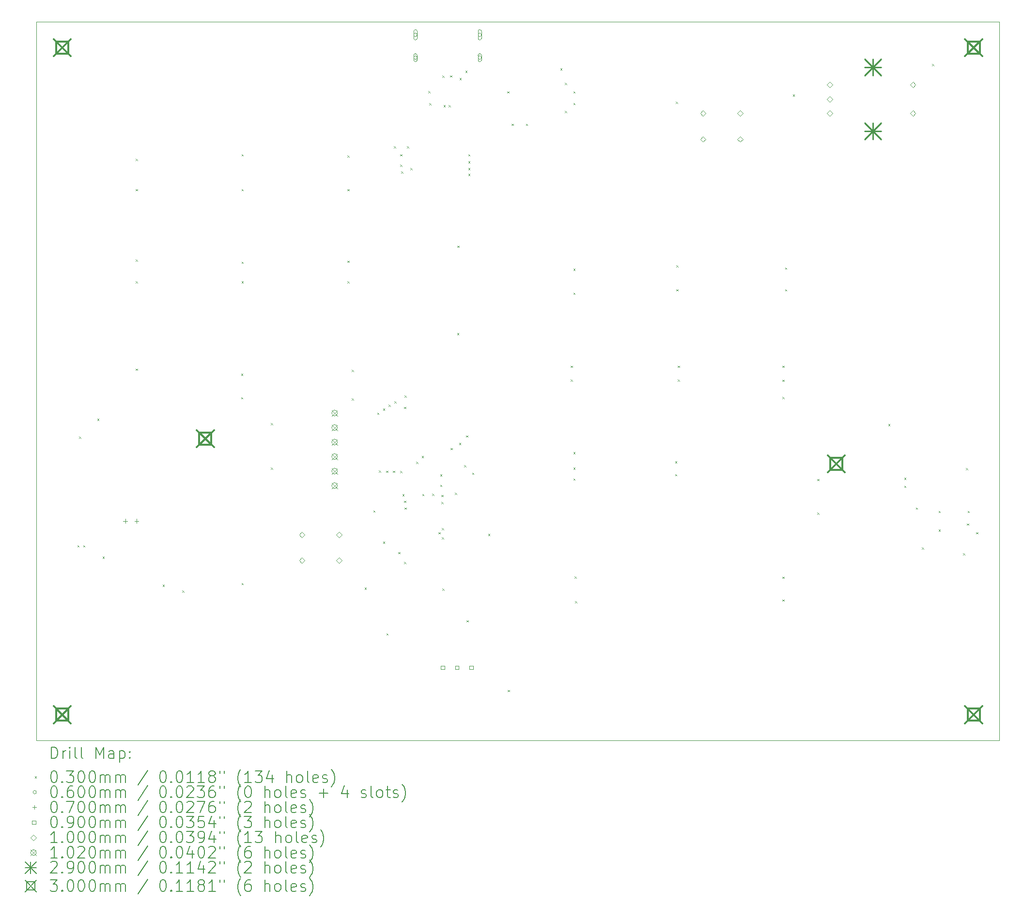
<source format=gbr>
%TF.GenerationSoftware,KiCad,Pcbnew,8.0.3*%
%TF.CreationDate,2024-08-13T11:45:48+03:00*%
%TF.ProjectId,Keyboard_stm32,4b657962-6f61-4726-945f-73746d33322e,rev?*%
%TF.SameCoordinates,Original*%
%TF.FileFunction,Drillmap*%
%TF.FilePolarity,Positive*%
%FSLAX45Y45*%
G04 Gerber Fmt 4.5, Leading zero omitted, Abs format (unit mm)*
G04 Created by KiCad (PCBNEW 8.0.3) date 2024-08-13 11:45:48*
%MOMM*%
%LPD*%
G01*
G04 APERTURE LIST*
%ADD10C,0.050000*%
%ADD11C,0.200000*%
%ADD12C,0.100000*%
%ADD13C,0.102000*%
%ADD14C,0.290000*%
%ADD15C,0.300000*%
G04 APERTURE END LIST*
D10*
X6315000Y-2685000D02*
X23145000Y-2685000D01*
X23145000Y-15255000D01*
X6315000Y-15255000D01*
X6315000Y-2685000D01*
D11*
D12*
X7030000Y-11840000D02*
X7060000Y-11870000D01*
X7060000Y-11840000D02*
X7030000Y-11870000D01*
X7060000Y-9940000D02*
X7090000Y-9970000D01*
X7090000Y-9940000D02*
X7060000Y-9970000D01*
X7130000Y-11840000D02*
X7160000Y-11870000D01*
X7160000Y-11840000D02*
X7130000Y-11870000D01*
X7377500Y-9627500D02*
X7407500Y-9657500D01*
X7407500Y-9627500D02*
X7377500Y-9657500D01*
X7470000Y-12040000D02*
X7500000Y-12070000D01*
X7500000Y-12040000D02*
X7470000Y-12070000D01*
X8050000Y-5080000D02*
X8080000Y-5110000D01*
X8080000Y-5080000D02*
X8050000Y-5110000D01*
X8050000Y-5610000D02*
X8080000Y-5640000D01*
X8080000Y-5610000D02*
X8050000Y-5640000D01*
X8050000Y-6840000D02*
X8080000Y-6870000D01*
X8080000Y-6840000D02*
X8050000Y-6870000D01*
X8050000Y-7220000D02*
X8080000Y-7250000D01*
X8080000Y-7220000D02*
X8050000Y-7250000D01*
X8050000Y-8750000D02*
X8080000Y-8780000D01*
X8080000Y-8750000D02*
X8050000Y-8780000D01*
X8520000Y-12530000D02*
X8550000Y-12560000D01*
X8550000Y-12530000D02*
X8520000Y-12560000D01*
X8860000Y-12630000D02*
X8890000Y-12660000D01*
X8890000Y-12630000D02*
X8860000Y-12660000D01*
X9890000Y-8840000D02*
X9920000Y-8870000D01*
X9920000Y-8840000D02*
X9890000Y-8870000D01*
X9890000Y-9250000D02*
X9920000Y-9280000D01*
X9920000Y-9250000D02*
X9890000Y-9280000D01*
X9900000Y-5000000D02*
X9930000Y-5030000D01*
X9930000Y-5000000D02*
X9900000Y-5030000D01*
X9900000Y-5610000D02*
X9930000Y-5640000D01*
X9930000Y-5610000D02*
X9900000Y-5640000D01*
X9900000Y-6880000D02*
X9930000Y-6910000D01*
X9930000Y-6880000D02*
X9900000Y-6910000D01*
X9900000Y-7220000D02*
X9930000Y-7250000D01*
X9930000Y-7220000D02*
X9900000Y-7250000D01*
X9900000Y-12500000D02*
X9930000Y-12530000D01*
X9930000Y-12500000D02*
X9900000Y-12530000D01*
X10410000Y-9700000D02*
X10440000Y-9730000D01*
X10440000Y-9700000D02*
X10410000Y-9730000D01*
X10410000Y-10480000D02*
X10440000Y-10510000D01*
X10440000Y-10480000D02*
X10410000Y-10510000D01*
X11750000Y-5020000D02*
X11780000Y-5050000D01*
X11780000Y-5020000D02*
X11750000Y-5050000D01*
X11750000Y-5610000D02*
X11780000Y-5640000D01*
X11780000Y-5610000D02*
X11750000Y-5640000D01*
X11750000Y-6860000D02*
X11780000Y-6890000D01*
X11780000Y-6860000D02*
X11750000Y-6890000D01*
X11750000Y-7220000D02*
X11780000Y-7250000D01*
X11780000Y-7220000D02*
X11750000Y-7250000D01*
X11825000Y-8770000D02*
X11855000Y-8800000D01*
X11855000Y-8770000D02*
X11825000Y-8800000D01*
X11825000Y-9270000D02*
X11855000Y-9300000D01*
X11855000Y-9270000D02*
X11825000Y-9300000D01*
X12050000Y-12580000D02*
X12080000Y-12610000D01*
X12080000Y-12580000D02*
X12050000Y-12610000D01*
X12200000Y-11230000D02*
X12230000Y-11260000D01*
X12230000Y-11230000D02*
X12200000Y-11260000D01*
X12270000Y-9520000D02*
X12300000Y-9550000D01*
X12300000Y-9520000D02*
X12270000Y-9550000D01*
X12300000Y-10530000D02*
X12330000Y-10560000D01*
X12330000Y-10530000D02*
X12300000Y-10560000D01*
X12370000Y-9450000D02*
X12400000Y-9480000D01*
X12400000Y-9450000D02*
X12370000Y-9480000D01*
X12370000Y-11776250D02*
X12400000Y-11806250D01*
X12400000Y-11776250D02*
X12370000Y-11806250D01*
X12425000Y-10535000D02*
X12455000Y-10565000D01*
X12455000Y-10535000D02*
X12425000Y-10565000D01*
X12430000Y-13380000D02*
X12460000Y-13410000D01*
X12460000Y-13380000D02*
X12430000Y-13410000D01*
X12470000Y-9380000D02*
X12500000Y-9410000D01*
X12500000Y-9380000D02*
X12470000Y-9410000D01*
X12545000Y-10535000D02*
X12575000Y-10565000D01*
X12575000Y-10535000D02*
X12545000Y-10565000D01*
X12560000Y-4860000D02*
X12590000Y-4890000D01*
X12590000Y-4860000D02*
X12560000Y-4890000D01*
X12570000Y-9320000D02*
X12600000Y-9350000D01*
X12600000Y-9320000D02*
X12570000Y-9350000D01*
X12640000Y-11960000D02*
X12670000Y-11990000D01*
X12670000Y-11960000D02*
X12640000Y-11990000D01*
X12670000Y-5000000D02*
X12700000Y-5030000D01*
X12700000Y-5000000D02*
X12670000Y-5030000D01*
X12670000Y-5180000D02*
X12700000Y-5210000D01*
X12700000Y-5180000D02*
X12670000Y-5210000D01*
X12670000Y-10540000D02*
X12700000Y-10570000D01*
X12700000Y-10540000D02*
X12670000Y-10570000D01*
X12690000Y-5300000D02*
X12720000Y-5330000D01*
X12720000Y-5300000D02*
X12690000Y-5330000D01*
X12710000Y-10945000D02*
X12740000Y-10975000D01*
X12740000Y-10945000D02*
X12710000Y-10975000D01*
X12740000Y-9420000D02*
X12770000Y-9450000D01*
X12770000Y-9420000D02*
X12740000Y-9450000D01*
X12740000Y-11060000D02*
X12770000Y-11090000D01*
X12770000Y-11060000D02*
X12740000Y-11090000D01*
X12740000Y-12130000D02*
X12770000Y-12160000D01*
X12770000Y-12130000D02*
X12740000Y-12160000D01*
X12750000Y-9220000D02*
X12780000Y-9250000D01*
X12780000Y-9220000D02*
X12750000Y-9250000D01*
X12750000Y-11180000D02*
X12780000Y-11210000D01*
X12780000Y-11180000D02*
X12750000Y-11210000D01*
X12790000Y-4860000D02*
X12820000Y-4890000D01*
X12820000Y-4860000D02*
X12790000Y-4890000D01*
X12850000Y-5240000D02*
X12880000Y-5270000D01*
X12880000Y-5240000D02*
X12850000Y-5270000D01*
X12950000Y-10380000D02*
X12980000Y-10410000D01*
X12980000Y-10380000D02*
X12950000Y-10410000D01*
X13050000Y-10280000D02*
X13080000Y-10310000D01*
X13080000Y-10280000D02*
X13050000Y-10310000D01*
X13057500Y-10941199D02*
X13087500Y-10971199D01*
X13087500Y-10941199D02*
X13057500Y-10971199D01*
X13163125Y-3893125D02*
X13193125Y-3923125D01*
X13193125Y-3893125D02*
X13163125Y-3923125D01*
X13180000Y-4106250D02*
X13210000Y-4136250D01*
X13210000Y-4106250D02*
X13180000Y-4136250D01*
X13230000Y-10940000D02*
X13260000Y-10970000D01*
X13260000Y-10940000D02*
X13230000Y-10970000D01*
X13340000Y-11610000D02*
X13370000Y-11640000D01*
X13370000Y-11610000D02*
X13340000Y-11640000D01*
X13370000Y-10600000D02*
X13400000Y-10630000D01*
X13400000Y-10600000D02*
X13370000Y-10630000D01*
X13370000Y-10780000D02*
X13400000Y-10810000D01*
X13400000Y-10780000D02*
X13370000Y-10810000D01*
X13390000Y-10960000D02*
X13420000Y-10990000D01*
X13420000Y-10960000D02*
X13390000Y-10990000D01*
X13390000Y-11080000D02*
X13420000Y-11110000D01*
X13420000Y-11080000D02*
X13390000Y-11110000D01*
X13400000Y-11540000D02*
X13430000Y-11570000D01*
X13430000Y-11540000D02*
X13400000Y-11570000D01*
X13400000Y-11700000D02*
X13430000Y-11730000D01*
X13430000Y-11700000D02*
X13400000Y-11730000D01*
X13410000Y-3621000D02*
X13440000Y-3651000D01*
X13440000Y-3621000D02*
X13410000Y-3651000D01*
X13410000Y-12600000D02*
X13440000Y-12630000D01*
X13440000Y-12600000D02*
X13410000Y-12630000D01*
X13430000Y-4140000D02*
X13460000Y-4170000D01*
X13460000Y-4140000D02*
X13430000Y-4170000D01*
X13520000Y-4140000D02*
X13550000Y-4170000D01*
X13550000Y-4140000D02*
X13520000Y-4170000D01*
X13542000Y-3619000D02*
X13572000Y-3649000D01*
X13572000Y-3619000D02*
X13542000Y-3649000D01*
X13550000Y-10140000D02*
X13580000Y-10170000D01*
X13580000Y-10140000D02*
X13550000Y-10170000D01*
X13630000Y-10920000D02*
X13660000Y-10950000D01*
X13660000Y-10920000D02*
X13630000Y-10950000D01*
X13666664Y-8128336D02*
X13696664Y-8158336D01*
X13696664Y-8128336D02*
X13666664Y-8158336D01*
X13670000Y-6600000D02*
X13700000Y-6630000D01*
X13700000Y-6600000D02*
X13670000Y-6630000D01*
X13700000Y-10050000D02*
X13730000Y-10080000D01*
X13730000Y-10050000D02*
X13700000Y-10080000D01*
X13710000Y-3664000D02*
X13740000Y-3694000D01*
X13740000Y-3664000D02*
X13710000Y-3694000D01*
X13790000Y-10440000D02*
X13820000Y-10470000D01*
X13820000Y-10440000D02*
X13790000Y-10470000D01*
X13812000Y-3539000D02*
X13842000Y-3569000D01*
X13842000Y-3539000D02*
X13812000Y-3569000D01*
X13822500Y-9917500D02*
X13852500Y-9947500D01*
X13852500Y-9917500D02*
X13822500Y-9947500D01*
X13830000Y-13153750D02*
X13860000Y-13183750D01*
X13860000Y-13153750D02*
X13830000Y-13183750D01*
X13860000Y-5000000D02*
X13890000Y-5030000D01*
X13890000Y-5000000D02*
X13860000Y-5030000D01*
X13860000Y-5120000D02*
X13890000Y-5150000D01*
X13890000Y-5120000D02*
X13860000Y-5150000D01*
X13860000Y-5240000D02*
X13890000Y-5270000D01*
X13890000Y-5240000D02*
X13860000Y-5270000D01*
X13860000Y-5340000D02*
X13890000Y-5370000D01*
X13890000Y-5340000D02*
X13860000Y-5370000D01*
X13930000Y-10570000D02*
X13960000Y-10600000D01*
X13960000Y-10570000D02*
X13930000Y-10600000D01*
X14210000Y-11640000D02*
X14240000Y-11670000D01*
X14240000Y-11640000D02*
X14210000Y-11670000D01*
X14545000Y-3900000D02*
X14575000Y-3930000D01*
X14575000Y-3900000D02*
X14545000Y-3930000D01*
X14550000Y-14370000D02*
X14580000Y-14400000D01*
X14580000Y-14370000D02*
X14550000Y-14400000D01*
X14620000Y-4465000D02*
X14650000Y-4495000D01*
X14650000Y-4465000D02*
X14620000Y-4495000D01*
X14870000Y-4465000D02*
X14900000Y-4495000D01*
X14900000Y-4465000D02*
X14870000Y-4495000D01*
X15470000Y-3495000D02*
X15500000Y-3525000D01*
X15500000Y-3495000D02*
X15470000Y-3525000D01*
X15550000Y-3750000D02*
X15580000Y-3780000D01*
X15580000Y-3750000D02*
X15550000Y-3780000D01*
X15550000Y-4240000D02*
X15580000Y-4270000D01*
X15580000Y-4240000D02*
X15550000Y-4270000D01*
X15650000Y-8700000D02*
X15680000Y-8730000D01*
X15680000Y-8700000D02*
X15650000Y-8730000D01*
X15650000Y-8940000D02*
X15680000Y-8970000D01*
X15680000Y-8940000D02*
X15650000Y-8970000D01*
X15700000Y-3900000D02*
X15730000Y-3930000D01*
X15730000Y-3900000D02*
X15700000Y-3930000D01*
X15700000Y-4100000D02*
X15730000Y-4130000D01*
X15730000Y-4100000D02*
X15700000Y-4130000D01*
X15700000Y-7000000D02*
X15730000Y-7030000D01*
X15730000Y-7000000D02*
X15700000Y-7030000D01*
X15700000Y-7420000D02*
X15730000Y-7450000D01*
X15730000Y-7420000D02*
X15700000Y-7450000D01*
X15700000Y-10210000D02*
X15730000Y-10240000D01*
X15730000Y-10210000D02*
X15700000Y-10240000D01*
X15700000Y-10480000D02*
X15730000Y-10510000D01*
X15730000Y-10480000D02*
X15700000Y-10510000D01*
X15700000Y-10670000D02*
X15730000Y-10700000D01*
X15730000Y-10670000D02*
X15700000Y-10700000D01*
X15720000Y-12385000D02*
X15750000Y-12415000D01*
X15750000Y-12385000D02*
X15720000Y-12415000D01*
X15730000Y-12820000D02*
X15760000Y-12850000D01*
X15760000Y-12820000D02*
X15730000Y-12850000D01*
X17475000Y-10370000D02*
X17505000Y-10400000D01*
X17505000Y-10370000D02*
X17475000Y-10400000D01*
X17475000Y-10595000D02*
X17505000Y-10625000D01*
X17505000Y-10595000D02*
X17475000Y-10625000D01*
X17490000Y-4080000D02*
X17520000Y-4110000D01*
X17520000Y-4080000D02*
X17490000Y-4110000D01*
X17500000Y-6940000D02*
X17530000Y-6970000D01*
X17530000Y-6940000D02*
X17500000Y-6970000D01*
X17500000Y-7360000D02*
X17530000Y-7390000D01*
X17530000Y-7360000D02*
X17500000Y-7390000D01*
X17525000Y-8700000D02*
X17555000Y-8730000D01*
X17555000Y-8700000D02*
X17525000Y-8730000D01*
X17525000Y-8940000D02*
X17555000Y-8970000D01*
X17555000Y-8940000D02*
X17525000Y-8970000D01*
X19350000Y-8700000D02*
X19380000Y-8730000D01*
X19380000Y-8700000D02*
X19350000Y-8730000D01*
X19350000Y-8945000D02*
X19380000Y-8975000D01*
X19380000Y-8945000D02*
X19350000Y-8975000D01*
X19350000Y-9245000D02*
X19380000Y-9275000D01*
X19380000Y-9245000D02*
X19350000Y-9275000D01*
X19350000Y-12390000D02*
X19380000Y-12420000D01*
X19380000Y-12390000D02*
X19350000Y-12420000D01*
X19350000Y-12790000D02*
X19380000Y-12820000D01*
X19380000Y-12790000D02*
X19350000Y-12820000D01*
X19400000Y-6980000D02*
X19430000Y-7010000D01*
X19430000Y-6980000D02*
X19400000Y-7010000D01*
X19400000Y-7360000D02*
X19430000Y-7390000D01*
X19430000Y-7360000D02*
X19400000Y-7390000D01*
X19533750Y-3953750D02*
X19563750Y-3983750D01*
X19563750Y-3953750D02*
X19533750Y-3983750D01*
X19960000Y-10680000D02*
X19990000Y-10710000D01*
X19990000Y-10680000D02*
X19960000Y-10710000D01*
X19960000Y-11270000D02*
X19990000Y-11300000D01*
X19990000Y-11270000D02*
X19960000Y-11300000D01*
X21200000Y-9720000D02*
X21230000Y-9750000D01*
X21230000Y-9720000D02*
X21200000Y-9750000D01*
X21480000Y-10660000D02*
X21510000Y-10690000D01*
X21510000Y-10660000D02*
X21480000Y-10690000D01*
X21480000Y-10800000D02*
X21510000Y-10830000D01*
X21510000Y-10800000D02*
X21480000Y-10830000D01*
X21683625Y-11180000D02*
X21713625Y-11210000D01*
X21713625Y-11180000D02*
X21683625Y-11210000D01*
X21790000Y-11880000D02*
X21820000Y-11910000D01*
X21820000Y-11880000D02*
X21790000Y-11910000D01*
X21970000Y-3420000D02*
X22000000Y-3450000D01*
X22000000Y-3420000D02*
X21970000Y-3450000D01*
X22083625Y-11240000D02*
X22113625Y-11270000D01*
X22113625Y-11240000D02*
X22083625Y-11270000D01*
X22083625Y-11565000D02*
X22113625Y-11595000D01*
X22113625Y-11565000D02*
X22083625Y-11595000D01*
X22510000Y-11980000D02*
X22540000Y-12010000D01*
X22540000Y-11980000D02*
X22510000Y-12010000D01*
X22560000Y-10490000D02*
X22590000Y-10520000D01*
X22590000Y-10490000D02*
X22560000Y-10520000D01*
X22580000Y-11460000D02*
X22610000Y-11490000D01*
X22610000Y-11460000D02*
X22580000Y-11490000D01*
X22590000Y-11240000D02*
X22620000Y-11270000D01*
X22620000Y-11240000D02*
X22590000Y-11270000D01*
X22740000Y-11610000D02*
X22770000Y-11640000D01*
X22770000Y-11610000D02*
X22740000Y-11640000D01*
X12968000Y-2909000D02*
G75*
G02*
X12908000Y-2909000I-30000J0D01*
G01*
X12908000Y-2909000D02*
G75*
G02*
X12968000Y-2909000I30000J0D01*
G01*
X12968000Y-2969000D02*
X12968000Y-2849000D01*
X12908000Y-2849000D02*
G75*
G02*
X12968000Y-2849000I30000J0D01*
G01*
X12908000Y-2849000D02*
X12908000Y-2969000D01*
X12908000Y-2969000D02*
G75*
G03*
X12968000Y-2969000I30000J0D01*
G01*
X12968000Y-3309000D02*
G75*
G02*
X12908000Y-3309000I-30000J0D01*
G01*
X12908000Y-3309000D02*
G75*
G02*
X12968000Y-3309000I30000J0D01*
G01*
X12968000Y-3349000D02*
X12968000Y-3269000D01*
X12908000Y-3269000D02*
G75*
G02*
X12968000Y-3269000I30000J0D01*
G01*
X12908000Y-3269000D02*
X12908000Y-3349000D01*
X12908000Y-3349000D02*
G75*
G03*
X12968000Y-3349000I30000J0D01*
G01*
X14092000Y-2909000D02*
G75*
G02*
X14032000Y-2909000I-30000J0D01*
G01*
X14032000Y-2909000D02*
G75*
G02*
X14092000Y-2909000I30000J0D01*
G01*
X14092000Y-2969000D02*
X14092000Y-2849000D01*
X14032000Y-2849000D02*
G75*
G02*
X14092000Y-2849000I30000J0D01*
G01*
X14032000Y-2849000D02*
X14032000Y-2969000D01*
X14032000Y-2969000D02*
G75*
G03*
X14092000Y-2969000I30000J0D01*
G01*
X14092000Y-3309000D02*
G75*
G02*
X14032000Y-3309000I-30000J0D01*
G01*
X14032000Y-3309000D02*
G75*
G02*
X14092000Y-3309000I30000J0D01*
G01*
X14092000Y-3349000D02*
X14092000Y-3269000D01*
X14032000Y-3269000D02*
G75*
G02*
X14092000Y-3269000I30000J0D01*
G01*
X14032000Y-3269000D02*
X14032000Y-3349000D01*
X14032000Y-3349000D02*
G75*
G03*
X14092000Y-3349000I30000J0D01*
G01*
X7865000Y-11380000D02*
X7865000Y-11450000D01*
X7830000Y-11415000D02*
X7900000Y-11415000D01*
X8065000Y-11380000D02*
X8065000Y-11450000D01*
X8030000Y-11415000D02*
X8100000Y-11415000D01*
X13445570Y-14010570D02*
X13445570Y-13946930D01*
X13381930Y-13946930D01*
X13381930Y-14010570D01*
X13445570Y-14010570D01*
X13695570Y-14010570D02*
X13695570Y-13946930D01*
X13631930Y-13946930D01*
X13631930Y-14010570D01*
X13695570Y-14010570D01*
X13945570Y-14010570D02*
X13945570Y-13946930D01*
X13881930Y-13946930D01*
X13881930Y-14010570D01*
X13945570Y-14010570D01*
X10955000Y-11705000D02*
X11005000Y-11655000D01*
X10955000Y-11605000D01*
X10905000Y-11655000D01*
X10955000Y-11705000D01*
X10955000Y-12155000D02*
X11005000Y-12105000D01*
X10955000Y-12055000D01*
X10905000Y-12105000D01*
X10955000Y-12155000D01*
X11605000Y-11705000D02*
X11655000Y-11655000D01*
X11605000Y-11605000D01*
X11555000Y-11655000D01*
X11605000Y-11705000D01*
X11605000Y-12155000D02*
X11655000Y-12105000D01*
X11605000Y-12055000D01*
X11555000Y-12105000D01*
X11605000Y-12155000D01*
X17965000Y-4335000D02*
X18015000Y-4285000D01*
X17965000Y-4235000D01*
X17915000Y-4285000D01*
X17965000Y-4335000D01*
X17965000Y-4785000D02*
X18015000Y-4735000D01*
X17965000Y-4685000D01*
X17915000Y-4735000D01*
X17965000Y-4785000D01*
X18615000Y-4335000D02*
X18665000Y-4285000D01*
X18615000Y-4235000D01*
X18565000Y-4285000D01*
X18615000Y-4335000D01*
X18615000Y-4785000D02*
X18665000Y-4735000D01*
X18615000Y-4685000D01*
X18565000Y-4735000D01*
X18615000Y-4785000D01*
X20182500Y-3835000D02*
X20232500Y-3785000D01*
X20182500Y-3735000D01*
X20132500Y-3785000D01*
X20182500Y-3835000D01*
X20182500Y-4085000D02*
X20232500Y-4035000D01*
X20182500Y-3985000D01*
X20132500Y-4035000D01*
X20182500Y-4085000D01*
X20182500Y-4335000D02*
X20232500Y-4285000D01*
X20182500Y-4235000D01*
X20132500Y-4285000D01*
X20182500Y-4335000D01*
X21632500Y-3835000D02*
X21682500Y-3785000D01*
X21632500Y-3735000D01*
X21582500Y-3785000D01*
X21632500Y-3835000D01*
X21632500Y-4335000D02*
X21682500Y-4285000D01*
X21632500Y-4235000D01*
X21582500Y-4285000D01*
X21632500Y-4335000D01*
D13*
X11474000Y-9476000D02*
X11576000Y-9578000D01*
X11576000Y-9476000D02*
X11474000Y-9578000D01*
X11576000Y-9527000D02*
G75*
G02*
X11474000Y-9527000I-51000J0D01*
G01*
X11474000Y-9527000D02*
G75*
G02*
X11576000Y-9527000I51000J0D01*
G01*
X11474000Y-9730000D02*
X11576000Y-9832000D01*
X11576000Y-9730000D02*
X11474000Y-9832000D01*
X11576000Y-9781000D02*
G75*
G02*
X11474000Y-9781000I-51000J0D01*
G01*
X11474000Y-9781000D02*
G75*
G02*
X11576000Y-9781000I51000J0D01*
G01*
X11474000Y-9984000D02*
X11576000Y-10086000D01*
X11576000Y-9984000D02*
X11474000Y-10086000D01*
X11576000Y-10035000D02*
G75*
G02*
X11474000Y-10035000I-51000J0D01*
G01*
X11474000Y-10035000D02*
G75*
G02*
X11576000Y-10035000I51000J0D01*
G01*
X11474000Y-10238000D02*
X11576000Y-10340000D01*
X11576000Y-10238000D02*
X11474000Y-10340000D01*
X11576000Y-10289000D02*
G75*
G02*
X11474000Y-10289000I-51000J0D01*
G01*
X11474000Y-10289000D02*
G75*
G02*
X11576000Y-10289000I51000J0D01*
G01*
X11474000Y-10492000D02*
X11576000Y-10594000D01*
X11576000Y-10492000D02*
X11474000Y-10594000D01*
X11576000Y-10543000D02*
G75*
G02*
X11474000Y-10543000I-51000J0D01*
G01*
X11474000Y-10543000D02*
G75*
G02*
X11576000Y-10543000I51000J0D01*
G01*
X11474000Y-10746000D02*
X11576000Y-10848000D01*
X11576000Y-10746000D02*
X11474000Y-10848000D01*
X11576000Y-10797000D02*
G75*
G02*
X11474000Y-10797000I-51000J0D01*
G01*
X11474000Y-10797000D02*
G75*
G02*
X11576000Y-10797000I51000J0D01*
G01*
D14*
X20787500Y-3330000D02*
X21077500Y-3620000D01*
X21077500Y-3330000D02*
X20787500Y-3620000D01*
X20932500Y-3330000D02*
X20932500Y-3620000D01*
X20787500Y-3475000D02*
X21077500Y-3475000D01*
X20787500Y-4450000D02*
X21077500Y-4740000D01*
X21077500Y-4450000D02*
X20787500Y-4740000D01*
X20932500Y-4450000D02*
X20932500Y-4740000D01*
X20787500Y-4595000D02*
X21077500Y-4595000D01*
D15*
X6615000Y-2985000D02*
X6915000Y-3285000D01*
X6915000Y-2985000D02*
X6615000Y-3285000D01*
X6871067Y-3241067D02*
X6871067Y-3028933D01*
X6658933Y-3028933D01*
X6658933Y-3241067D01*
X6871067Y-3241067D01*
X6615000Y-14655000D02*
X6915000Y-14955000D01*
X6915000Y-14655000D02*
X6615000Y-14955000D01*
X6871067Y-14911067D02*
X6871067Y-14698933D01*
X6658933Y-14698933D01*
X6658933Y-14911067D01*
X6871067Y-14911067D01*
X9115000Y-9825000D02*
X9415000Y-10125000D01*
X9415000Y-9825000D02*
X9115000Y-10125000D01*
X9371067Y-10081067D02*
X9371067Y-9868933D01*
X9158933Y-9868933D01*
X9158933Y-10081067D01*
X9371067Y-10081067D01*
X20145000Y-10265000D02*
X20445000Y-10565000D01*
X20445000Y-10265000D02*
X20145000Y-10565000D01*
X20401067Y-10521067D02*
X20401067Y-10308933D01*
X20188933Y-10308933D01*
X20188933Y-10521067D01*
X20401067Y-10521067D01*
X22545000Y-2985000D02*
X22845000Y-3285000D01*
X22845000Y-2985000D02*
X22545000Y-3285000D01*
X22801067Y-3241067D02*
X22801067Y-3028933D01*
X22588933Y-3028933D01*
X22588933Y-3241067D01*
X22801067Y-3241067D01*
X22545000Y-14655000D02*
X22845000Y-14955000D01*
X22845000Y-14655000D02*
X22545000Y-14955000D01*
X22801067Y-14911067D02*
X22801067Y-14698933D01*
X22588933Y-14698933D01*
X22588933Y-14911067D01*
X22801067Y-14911067D01*
D11*
X6573277Y-15568984D02*
X6573277Y-15368984D01*
X6573277Y-15368984D02*
X6620896Y-15368984D01*
X6620896Y-15368984D02*
X6649467Y-15378508D01*
X6649467Y-15378508D02*
X6668515Y-15397555D01*
X6668515Y-15397555D02*
X6678039Y-15416603D01*
X6678039Y-15416603D02*
X6687562Y-15454698D01*
X6687562Y-15454698D02*
X6687562Y-15483269D01*
X6687562Y-15483269D02*
X6678039Y-15521365D01*
X6678039Y-15521365D02*
X6668515Y-15540412D01*
X6668515Y-15540412D02*
X6649467Y-15559460D01*
X6649467Y-15559460D02*
X6620896Y-15568984D01*
X6620896Y-15568984D02*
X6573277Y-15568984D01*
X6773277Y-15568984D02*
X6773277Y-15435650D01*
X6773277Y-15473746D02*
X6782801Y-15454698D01*
X6782801Y-15454698D02*
X6792324Y-15445174D01*
X6792324Y-15445174D02*
X6811372Y-15435650D01*
X6811372Y-15435650D02*
X6830420Y-15435650D01*
X6897086Y-15568984D02*
X6897086Y-15435650D01*
X6897086Y-15368984D02*
X6887562Y-15378508D01*
X6887562Y-15378508D02*
X6897086Y-15388031D01*
X6897086Y-15388031D02*
X6906610Y-15378508D01*
X6906610Y-15378508D02*
X6897086Y-15368984D01*
X6897086Y-15368984D02*
X6897086Y-15388031D01*
X7020896Y-15568984D02*
X7001848Y-15559460D01*
X7001848Y-15559460D02*
X6992324Y-15540412D01*
X6992324Y-15540412D02*
X6992324Y-15368984D01*
X7125658Y-15568984D02*
X7106610Y-15559460D01*
X7106610Y-15559460D02*
X7097086Y-15540412D01*
X7097086Y-15540412D02*
X7097086Y-15368984D01*
X7354229Y-15568984D02*
X7354229Y-15368984D01*
X7354229Y-15368984D02*
X7420896Y-15511841D01*
X7420896Y-15511841D02*
X7487562Y-15368984D01*
X7487562Y-15368984D02*
X7487562Y-15568984D01*
X7668515Y-15568984D02*
X7668515Y-15464222D01*
X7668515Y-15464222D02*
X7658991Y-15445174D01*
X7658991Y-15445174D02*
X7639943Y-15435650D01*
X7639943Y-15435650D02*
X7601848Y-15435650D01*
X7601848Y-15435650D02*
X7582801Y-15445174D01*
X7668515Y-15559460D02*
X7649467Y-15568984D01*
X7649467Y-15568984D02*
X7601848Y-15568984D01*
X7601848Y-15568984D02*
X7582801Y-15559460D01*
X7582801Y-15559460D02*
X7573277Y-15540412D01*
X7573277Y-15540412D02*
X7573277Y-15521365D01*
X7573277Y-15521365D02*
X7582801Y-15502317D01*
X7582801Y-15502317D02*
X7601848Y-15492793D01*
X7601848Y-15492793D02*
X7649467Y-15492793D01*
X7649467Y-15492793D02*
X7668515Y-15483269D01*
X7763753Y-15435650D02*
X7763753Y-15635650D01*
X7763753Y-15445174D02*
X7782801Y-15435650D01*
X7782801Y-15435650D02*
X7820896Y-15435650D01*
X7820896Y-15435650D02*
X7839943Y-15445174D01*
X7839943Y-15445174D02*
X7849467Y-15454698D01*
X7849467Y-15454698D02*
X7858991Y-15473746D01*
X7858991Y-15473746D02*
X7858991Y-15530888D01*
X7858991Y-15530888D02*
X7849467Y-15549936D01*
X7849467Y-15549936D02*
X7839943Y-15559460D01*
X7839943Y-15559460D02*
X7820896Y-15568984D01*
X7820896Y-15568984D02*
X7782801Y-15568984D01*
X7782801Y-15568984D02*
X7763753Y-15559460D01*
X7944705Y-15549936D02*
X7954229Y-15559460D01*
X7954229Y-15559460D02*
X7944705Y-15568984D01*
X7944705Y-15568984D02*
X7935182Y-15559460D01*
X7935182Y-15559460D02*
X7944705Y-15549936D01*
X7944705Y-15549936D02*
X7944705Y-15568984D01*
X7944705Y-15445174D02*
X7954229Y-15454698D01*
X7954229Y-15454698D02*
X7944705Y-15464222D01*
X7944705Y-15464222D02*
X7935182Y-15454698D01*
X7935182Y-15454698D02*
X7944705Y-15445174D01*
X7944705Y-15445174D02*
X7944705Y-15464222D01*
D12*
X6282500Y-15882500D02*
X6312500Y-15912500D01*
X6312500Y-15882500D02*
X6282500Y-15912500D01*
D11*
X6611372Y-15788984D02*
X6630420Y-15788984D01*
X6630420Y-15788984D02*
X6649467Y-15798508D01*
X6649467Y-15798508D02*
X6658991Y-15808031D01*
X6658991Y-15808031D02*
X6668515Y-15827079D01*
X6668515Y-15827079D02*
X6678039Y-15865174D01*
X6678039Y-15865174D02*
X6678039Y-15912793D01*
X6678039Y-15912793D02*
X6668515Y-15950888D01*
X6668515Y-15950888D02*
X6658991Y-15969936D01*
X6658991Y-15969936D02*
X6649467Y-15979460D01*
X6649467Y-15979460D02*
X6630420Y-15988984D01*
X6630420Y-15988984D02*
X6611372Y-15988984D01*
X6611372Y-15988984D02*
X6592324Y-15979460D01*
X6592324Y-15979460D02*
X6582801Y-15969936D01*
X6582801Y-15969936D02*
X6573277Y-15950888D01*
X6573277Y-15950888D02*
X6563753Y-15912793D01*
X6563753Y-15912793D02*
X6563753Y-15865174D01*
X6563753Y-15865174D02*
X6573277Y-15827079D01*
X6573277Y-15827079D02*
X6582801Y-15808031D01*
X6582801Y-15808031D02*
X6592324Y-15798508D01*
X6592324Y-15798508D02*
X6611372Y-15788984D01*
X6763753Y-15969936D02*
X6773277Y-15979460D01*
X6773277Y-15979460D02*
X6763753Y-15988984D01*
X6763753Y-15988984D02*
X6754229Y-15979460D01*
X6754229Y-15979460D02*
X6763753Y-15969936D01*
X6763753Y-15969936D02*
X6763753Y-15988984D01*
X6839943Y-15788984D02*
X6963753Y-15788984D01*
X6963753Y-15788984D02*
X6897086Y-15865174D01*
X6897086Y-15865174D02*
X6925658Y-15865174D01*
X6925658Y-15865174D02*
X6944705Y-15874698D01*
X6944705Y-15874698D02*
X6954229Y-15884222D01*
X6954229Y-15884222D02*
X6963753Y-15903269D01*
X6963753Y-15903269D02*
X6963753Y-15950888D01*
X6963753Y-15950888D02*
X6954229Y-15969936D01*
X6954229Y-15969936D02*
X6944705Y-15979460D01*
X6944705Y-15979460D02*
X6925658Y-15988984D01*
X6925658Y-15988984D02*
X6868515Y-15988984D01*
X6868515Y-15988984D02*
X6849467Y-15979460D01*
X6849467Y-15979460D02*
X6839943Y-15969936D01*
X7087562Y-15788984D02*
X7106610Y-15788984D01*
X7106610Y-15788984D02*
X7125658Y-15798508D01*
X7125658Y-15798508D02*
X7135182Y-15808031D01*
X7135182Y-15808031D02*
X7144705Y-15827079D01*
X7144705Y-15827079D02*
X7154229Y-15865174D01*
X7154229Y-15865174D02*
X7154229Y-15912793D01*
X7154229Y-15912793D02*
X7144705Y-15950888D01*
X7144705Y-15950888D02*
X7135182Y-15969936D01*
X7135182Y-15969936D02*
X7125658Y-15979460D01*
X7125658Y-15979460D02*
X7106610Y-15988984D01*
X7106610Y-15988984D02*
X7087562Y-15988984D01*
X7087562Y-15988984D02*
X7068515Y-15979460D01*
X7068515Y-15979460D02*
X7058991Y-15969936D01*
X7058991Y-15969936D02*
X7049467Y-15950888D01*
X7049467Y-15950888D02*
X7039943Y-15912793D01*
X7039943Y-15912793D02*
X7039943Y-15865174D01*
X7039943Y-15865174D02*
X7049467Y-15827079D01*
X7049467Y-15827079D02*
X7058991Y-15808031D01*
X7058991Y-15808031D02*
X7068515Y-15798508D01*
X7068515Y-15798508D02*
X7087562Y-15788984D01*
X7278039Y-15788984D02*
X7297086Y-15788984D01*
X7297086Y-15788984D02*
X7316134Y-15798508D01*
X7316134Y-15798508D02*
X7325658Y-15808031D01*
X7325658Y-15808031D02*
X7335182Y-15827079D01*
X7335182Y-15827079D02*
X7344705Y-15865174D01*
X7344705Y-15865174D02*
X7344705Y-15912793D01*
X7344705Y-15912793D02*
X7335182Y-15950888D01*
X7335182Y-15950888D02*
X7325658Y-15969936D01*
X7325658Y-15969936D02*
X7316134Y-15979460D01*
X7316134Y-15979460D02*
X7297086Y-15988984D01*
X7297086Y-15988984D02*
X7278039Y-15988984D01*
X7278039Y-15988984D02*
X7258991Y-15979460D01*
X7258991Y-15979460D02*
X7249467Y-15969936D01*
X7249467Y-15969936D02*
X7239943Y-15950888D01*
X7239943Y-15950888D02*
X7230420Y-15912793D01*
X7230420Y-15912793D02*
X7230420Y-15865174D01*
X7230420Y-15865174D02*
X7239943Y-15827079D01*
X7239943Y-15827079D02*
X7249467Y-15808031D01*
X7249467Y-15808031D02*
X7258991Y-15798508D01*
X7258991Y-15798508D02*
X7278039Y-15788984D01*
X7430420Y-15988984D02*
X7430420Y-15855650D01*
X7430420Y-15874698D02*
X7439943Y-15865174D01*
X7439943Y-15865174D02*
X7458991Y-15855650D01*
X7458991Y-15855650D02*
X7487563Y-15855650D01*
X7487563Y-15855650D02*
X7506610Y-15865174D01*
X7506610Y-15865174D02*
X7516134Y-15884222D01*
X7516134Y-15884222D02*
X7516134Y-15988984D01*
X7516134Y-15884222D02*
X7525658Y-15865174D01*
X7525658Y-15865174D02*
X7544705Y-15855650D01*
X7544705Y-15855650D02*
X7573277Y-15855650D01*
X7573277Y-15855650D02*
X7592324Y-15865174D01*
X7592324Y-15865174D02*
X7601848Y-15884222D01*
X7601848Y-15884222D02*
X7601848Y-15988984D01*
X7697086Y-15988984D02*
X7697086Y-15855650D01*
X7697086Y-15874698D02*
X7706610Y-15865174D01*
X7706610Y-15865174D02*
X7725658Y-15855650D01*
X7725658Y-15855650D02*
X7754229Y-15855650D01*
X7754229Y-15855650D02*
X7773277Y-15865174D01*
X7773277Y-15865174D02*
X7782801Y-15884222D01*
X7782801Y-15884222D02*
X7782801Y-15988984D01*
X7782801Y-15884222D02*
X7792324Y-15865174D01*
X7792324Y-15865174D02*
X7811372Y-15855650D01*
X7811372Y-15855650D02*
X7839943Y-15855650D01*
X7839943Y-15855650D02*
X7858991Y-15865174D01*
X7858991Y-15865174D02*
X7868515Y-15884222D01*
X7868515Y-15884222D02*
X7868515Y-15988984D01*
X8258991Y-15779460D02*
X8087563Y-16036603D01*
X8516134Y-15788984D02*
X8535182Y-15788984D01*
X8535182Y-15788984D02*
X8554229Y-15798508D01*
X8554229Y-15798508D02*
X8563753Y-15808031D01*
X8563753Y-15808031D02*
X8573277Y-15827079D01*
X8573277Y-15827079D02*
X8582801Y-15865174D01*
X8582801Y-15865174D02*
X8582801Y-15912793D01*
X8582801Y-15912793D02*
X8573277Y-15950888D01*
X8573277Y-15950888D02*
X8563753Y-15969936D01*
X8563753Y-15969936D02*
X8554229Y-15979460D01*
X8554229Y-15979460D02*
X8535182Y-15988984D01*
X8535182Y-15988984D02*
X8516134Y-15988984D01*
X8516134Y-15988984D02*
X8497087Y-15979460D01*
X8497087Y-15979460D02*
X8487563Y-15969936D01*
X8487563Y-15969936D02*
X8478039Y-15950888D01*
X8478039Y-15950888D02*
X8468515Y-15912793D01*
X8468515Y-15912793D02*
X8468515Y-15865174D01*
X8468515Y-15865174D02*
X8478039Y-15827079D01*
X8478039Y-15827079D02*
X8487563Y-15808031D01*
X8487563Y-15808031D02*
X8497087Y-15798508D01*
X8497087Y-15798508D02*
X8516134Y-15788984D01*
X8668515Y-15969936D02*
X8678039Y-15979460D01*
X8678039Y-15979460D02*
X8668515Y-15988984D01*
X8668515Y-15988984D02*
X8658991Y-15979460D01*
X8658991Y-15979460D02*
X8668515Y-15969936D01*
X8668515Y-15969936D02*
X8668515Y-15988984D01*
X8801848Y-15788984D02*
X8820896Y-15788984D01*
X8820896Y-15788984D02*
X8839944Y-15798508D01*
X8839944Y-15798508D02*
X8849468Y-15808031D01*
X8849468Y-15808031D02*
X8858991Y-15827079D01*
X8858991Y-15827079D02*
X8868515Y-15865174D01*
X8868515Y-15865174D02*
X8868515Y-15912793D01*
X8868515Y-15912793D02*
X8858991Y-15950888D01*
X8858991Y-15950888D02*
X8849468Y-15969936D01*
X8849468Y-15969936D02*
X8839944Y-15979460D01*
X8839944Y-15979460D02*
X8820896Y-15988984D01*
X8820896Y-15988984D02*
X8801848Y-15988984D01*
X8801848Y-15988984D02*
X8782801Y-15979460D01*
X8782801Y-15979460D02*
X8773277Y-15969936D01*
X8773277Y-15969936D02*
X8763753Y-15950888D01*
X8763753Y-15950888D02*
X8754229Y-15912793D01*
X8754229Y-15912793D02*
X8754229Y-15865174D01*
X8754229Y-15865174D02*
X8763753Y-15827079D01*
X8763753Y-15827079D02*
X8773277Y-15808031D01*
X8773277Y-15808031D02*
X8782801Y-15798508D01*
X8782801Y-15798508D02*
X8801848Y-15788984D01*
X9058991Y-15988984D02*
X8944706Y-15988984D01*
X9001848Y-15988984D02*
X9001848Y-15788984D01*
X9001848Y-15788984D02*
X8982801Y-15817555D01*
X8982801Y-15817555D02*
X8963753Y-15836603D01*
X8963753Y-15836603D02*
X8944706Y-15846127D01*
X9249468Y-15988984D02*
X9135182Y-15988984D01*
X9192325Y-15988984D02*
X9192325Y-15788984D01*
X9192325Y-15788984D02*
X9173277Y-15817555D01*
X9173277Y-15817555D02*
X9154229Y-15836603D01*
X9154229Y-15836603D02*
X9135182Y-15846127D01*
X9363753Y-15874698D02*
X9344706Y-15865174D01*
X9344706Y-15865174D02*
X9335182Y-15855650D01*
X9335182Y-15855650D02*
X9325658Y-15836603D01*
X9325658Y-15836603D02*
X9325658Y-15827079D01*
X9325658Y-15827079D02*
X9335182Y-15808031D01*
X9335182Y-15808031D02*
X9344706Y-15798508D01*
X9344706Y-15798508D02*
X9363753Y-15788984D01*
X9363753Y-15788984D02*
X9401849Y-15788984D01*
X9401849Y-15788984D02*
X9420896Y-15798508D01*
X9420896Y-15798508D02*
X9430420Y-15808031D01*
X9430420Y-15808031D02*
X9439944Y-15827079D01*
X9439944Y-15827079D02*
X9439944Y-15836603D01*
X9439944Y-15836603D02*
X9430420Y-15855650D01*
X9430420Y-15855650D02*
X9420896Y-15865174D01*
X9420896Y-15865174D02*
X9401849Y-15874698D01*
X9401849Y-15874698D02*
X9363753Y-15874698D01*
X9363753Y-15874698D02*
X9344706Y-15884222D01*
X9344706Y-15884222D02*
X9335182Y-15893746D01*
X9335182Y-15893746D02*
X9325658Y-15912793D01*
X9325658Y-15912793D02*
X9325658Y-15950888D01*
X9325658Y-15950888D02*
X9335182Y-15969936D01*
X9335182Y-15969936D02*
X9344706Y-15979460D01*
X9344706Y-15979460D02*
X9363753Y-15988984D01*
X9363753Y-15988984D02*
X9401849Y-15988984D01*
X9401849Y-15988984D02*
X9420896Y-15979460D01*
X9420896Y-15979460D02*
X9430420Y-15969936D01*
X9430420Y-15969936D02*
X9439944Y-15950888D01*
X9439944Y-15950888D02*
X9439944Y-15912793D01*
X9439944Y-15912793D02*
X9430420Y-15893746D01*
X9430420Y-15893746D02*
X9420896Y-15884222D01*
X9420896Y-15884222D02*
X9401849Y-15874698D01*
X9516134Y-15788984D02*
X9516134Y-15827079D01*
X9592325Y-15788984D02*
X9592325Y-15827079D01*
X9887563Y-16065174D02*
X9878039Y-16055650D01*
X9878039Y-16055650D02*
X9858991Y-16027079D01*
X9858991Y-16027079D02*
X9849468Y-16008031D01*
X9849468Y-16008031D02*
X9839944Y-15979460D01*
X9839944Y-15979460D02*
X9830420Y-15931841D01*
X9830420Y-15931841D02*
X9830420Y-15893746D01*
X9830420Y-15893746D02*
X9839944Y-15846127D01*
X9839944Y-15846127D02*
X9849468Y-15817555D01*
X9849468Y-15817555D02*
X9858991Y-15798508D01*
X9858991Y-15798508D02*
X9878039Y-15769936D01*
X9878039Y-15769936D02*
X9887563Y-15760412D01*
X10068515Y-15988984D02*
X9954230Y-15988984D01*
X10011372Y-15988984D02*
X10011372Y-15788984D01*
X10011372Y-15788984D02*
X9992325Y-15817555D01*
X9992325Y-15817555D02*
X9973277Y-15836603D01*
X9973277Y-15836603D02*
X9954230Y-15846127D01*
X10135182Y-15788984D02*
X10258991Y-15788984D01*
X10258991Y-15788984D02*
X10192325Y-15865174D01*
X10192325Y-15865174D02*
X10220896Y-15865174D01*
X10220896Y-15865174D02*
X10239944Y-15874698D01*
X10239944Y-15874698D02*
X10249468Y-15884222D01*
X10249468Y-15884222D02*
X10258991Y-15903269D01*
X10258991Y-15903269D02*
X10258991Y-15950888D01*
X10258991Y-15950888D02*
X10249468Y-15969936D01*
X10249468Y-15969936D02*
X10239944Y-15979460D01*
X10239944Y-15979460D02*
X10220896Y-15988984D01*
X10220896Y-15988984D02*
X10163753Y-15988984D01*
X10163753Y-15988984D02*
X10144706Y-15979460D01*
X10144706Y-15979460D02*
X10135182Y-15969936D01*
X10430420Y-15855650D02*
X10430420Y-15988984D01*
X10382801Y-15779460D02*
X10335182Y-15922317D01*
X10335182Y-15922317D02*
X10458991Y-15922317D01*
X10687563Y-15988984D02*
X10687563Y-15788984D01*
X10773277Y-15988984D02*
X10773277Y-15884222D01*
X10773277Y-15884222D02*
X10763753Y-15865174D01*
X10763753Y-15865174D02*
X10744706Y-15855650D01*
X10744706Y-15855650D02*
X10716134Y-15855650D01*
X10716134Y-15855650D02*
X10697087Y-15865174D01*
X10697087Y-15865174D02*
X10687563Y-15874698D01*
X10897087Y-15988984D02*
X10878039Y-15979460D01*
X10878039Y-15979460D02*
X10868515Y-15969936D01*
X10868515Y-15969936D02*
X10858992Y-15950888D01*
X10858992Y-15950888D02*
X10858992Y-15893746D01*
X10858992Y-15893746D02*
X10868515Y-15874698D01*
X10868515Y-15874698D02*
X10878039Y-15865174D01*
X10878039Y-15865174D02*
X10897087Y-15855650D01*
X10897087Y-15855650D02*
X10925658Y-15855650D01*
X10925658Y-15855650D02*
X10944706Y-15865174D01*
X10944706Y-15865174D02*
X10954230Y-15874698D01*
X10954230Y-15874698D02*
X10963753Y-15893746D01*
X10963753Y-15893746D02*
X10963753Y-15950888D01*
X10963753Y-15950888D02*
X10954230Y-15969936D01*
X10954230Y-15969936D02*
X10944706Y-15979460D01*
X10944706Y-15979460D02*
X10925658Y-15988984D01*
X10925658Y-15988984D02*
X10897087Y-15988984D01*
X11078039Y-15988984D02*
X11058992Y-15979460D01*
X11058992Y-15979460D02*
X11049468Y-15960412D01*
X11049468Y-15960412D02*
X11049468Y-15788984D01*
X11230420Y-15979460D02*
X11211372Y-15988984D01*
X11211372Y-15988984D02*
X11173277Y-15988984D01*
X11173277Y-15988984D02*
X11154230Y-15979460D01*
X11154230Y-15979460D02*
X11144706Y-15960412D01*
X11144706Y-15960412D02*
X11144706Y-15884222D01*
X11144706Y-15884222D02*
X11154230Y-15865174D01*
X11154230Y-15865174D02*
X11173277Y-15855650D01*
X11173277Y-15855650D02*
X11211372Y-15855650D01*
X11211372Y-15855650D02*
X11230420Y-15865174D01*
X11230420Y-15865174D02*
X11239944Y-15884222D01*
X11239944Y-15884222D02*
X11239944Y-15903269D01*
X11239944Y-15903269D02*
X11144706Y-15922317D01*
X11316134Y-15979460D02*
X11335182Y-15988984D01*
X11335182Y-15988984D02*
X11373277Y-15988984D01*
X11373277Y-15988984D02*
X11392325Y-15979460D01*
X11392325Y-15979460D02*
X11401849Y-15960412D01*
X11401849Y-15960412D02*
X11401849Y-15950888D01*
X11401849Y-15950888D02*
X11392325Y-15931841D01*
X11392325Y-15931841D02*
X11373277Y-15922317D01*
X11373277Y-15922317D02*
X11344706Y-15922317D01*
X11344706Y-15922317D02*
X11325658Y-15912793D01*
X11325658Y-15912793D02*
X11316134Y-15893746D01*
X11316134Y-15893746D02*
X11316134Y-15884222D01*
X11316134Y-15884222D02*
X11325658Y-15865174D01*
X11325658Y-15865174D02*
X11344706Y-15855650D01*
X11344706Y-15855650D02*
X11373277Y-15855650D01*
X11373277Y-15855650D02*
X11392325Y-15865174D01*
X11468515Y-16065174D02*
X11478039Y-16055650D01*
X11478039Y-16055650D02*
X11497087Y-16027079D01*
X11497087Y-16027079D02*
X11506611Y-16008031D01*
X11506611Y-16008031D02*
X11516134Y-15979460D01*
X11516134Y-15979460D02*
X11525658Y-15931841D01*
X11525658Y-15931841D02*
X11525658Y-15893746D01*
X11525658Y-15893746D02*
X11516134Y-15846127D01*
X11516134Y-15846127D02*
X11506611Y-15817555D01*
X11506611Y-15817555D02*
X11497087Y-15798508D01*
X11497087Y-15798508D02*
X11478039Y-15769936D01*
X11478039Y-15769936D02*
X11468515Y-15760412D01*
D12*
X6312500Y-16161500D02*
G75*
G02*
X6252500Y-16161500I-30000J0D01*
G01*
X6252500Y-16161500D02*
G75*
G02*
X6312500Y-16161500I30000J0D01*
G01*
D11*
X6611372Y-16052984D02*
X6630420Y-16052984D01*
X6630420Y-16052984D02*
X6649467Y-16062508D01*
X6649467Y-16062508D02*
X6658991Y-16072031D01*
X6658991Y-16072031D02*
X6668515Y-16091079D01*
X6668515Y-16091079D02*
X6678039Y-16129174D01*
X6678039Y-16129174D02*
X6678039Y-16176793D01*
X6678039Y-16176793D02*
X6668515Y-16214888D01*
X6668515Y-16214888D02*
X6658991Y-16233936D01*
X6658991Y-16233936D02*
X6649467Y-16243460D01*
X6649467Y-16243460D02*
X6630420Y-16252984D01*
X6630420Y-16252984D02*
X6611372Y-16252984D01*
X6611372Y-16252984D02*
X6592324Y-16243460D01*
X6592324Y-16243460D02*
X6582801Y-16233936D01*
X6582801Y-16233936D02*
X6573277Y-16214888D01*
X6573277Y-16214888D02*
X6563753Y-16176793D01*
X6563753Y-16176793D02*
X6563753Y-16129174D01*
X6563753Y-16129174D02*
X6573277Y-16091079D01*
X6573277Y-16091079D02*
X6582801Y-16072031D01*
X6582801Y-16072031D02*
X6592324Y-16062508D01*
X6592324Y-16062508D02*
X6611372Y-16052984D01*
X6763753Y-16233936D02*
X6773277Y-16243460D01*
X6773277Y-16243460D02*
X6763753Y-16252984D01*
X6763753Y-16252984D02*
X6754229Y-16243460D01*
X6754229Y-16243460D02*
X6763753Y-16233936D01*
X6763753Y-16233936D02*
X6763753Y-16252984D01*
X6944705Y-16052984D02*
X6906610Y-16052984D01*
X6906610Y-16052984D02*
X6887562Y-16062508D01*
X6887562Y-16062508D02*
X6878039Y-16072031D01*
X6878039Y-16072031D02*
X6858991Y-16100603D01*
X6858991Y-16100603D02*
X6849467Y-16138698D01*
X6849467Y-16138698D02*
X6849467Y-16214888D01*
X6849467Y-16214888D02*
X6858991Y-16233936D01*
X6858991Y-16233936D02*
X6868515Y-16243460D01*
X6868515Y-16243460D02*
X6887562Y-16252984D01*
X6887562Y-16252984D02*
X6925658Y-16252984D01*
X6925658Y-16252984D02*
X6944705Y-16243460D01*
X6944705Y-16243460D02*
X6954229Y-16233936D01*
X6954229Y-16233936D02*
X6963753Y-16214888D01*
X6963753Y-16214888D02*
X6963753Y-16167269D01*
X6963753Y-16167269D02*
X6954229Y-16148222D01*
X6954229Y-16148222D02*
X6944705Y-16138698D01*
X6944705Y-16138698D02*
X6925658Y-16129174D01*
X6925658Y-16129174D02*
X6887562Y-16129174D01*
X6887562Y-16129174D02*
X6868515Y-16138698D01*
X6868515Y-16138698D02*
X6858991Y-16148222D01*
X6858991Y-16148222D02*
X6849467Y-16167269D01*
X7087562Y-16052984D02*
X7106610Y-16052984D01*
X7106610Y-16052984D02*
X7125658Y-16062508D01*
X7125658Y-16062508D02*
X7135182Y-16072031D01*
X7135182Y-16072031D02*
X7144705Y-16091079D01*
X7144705Y-16091079D02*
X7154229Y-16129174D01*
X7154229Y-16129174D02*
X7154229Y-16176793D01*
X7154229Y-16176793D02*
X7144705Y-16214888D01*
X7144705Y-16214888D02*
X7135182Y-16233936D01*
X7135182Y-16233936D02*
X7125658Y-16243460D01*
X7125658Y-16243460D02*
X7106610Y-16252984D01*
X7106610Y-16252984D02*
X7087562Y-16252984D01*
X7087562Y-16252984D02*
X7068515Y-16243460D01*
X7068515Y-16243460D02*
X7058991Y-16233936D01*
X7058991Y-16233936D02*
X7049467Y-16214888D01*
X7049467Y-16214888D02*
X7039943Y-16176793D01*
X7039943Y-16176793D02*
X7039943Y-16129174D01*
X7039943Y-16129174D02*
X7049467Y-16091079D01*
X7049467Y-16091079D02*
X7058991Y-16072031D01*
X7058991Y-16072031D02*
X7068515Y-16062508D01*
X7068515Y-16062508D02*
X7087562Y-16052984D01*
X7278039Y-16052984D02*
X7297086Y-16052984D01*
X7297086Y-16052984D02*
X7316134Y-16062508D01*
X7316134Y-16062508D02*
X7325658Y-16072031D01*
X7325658Y-16072031D02*
X7335182Y-16091079D01*
X7335182Y-16091079D02*
X7344705Y-16129174D01*
X7344705Y-16129174D02*
X7344705Y-16176793D01*
X7344705Y-16176793D02*
X7335182Y-16214888D01*
X7335182Y-16214888D02*
X7325658Y-16233936D01*
X7325658Y-16233936D02*
X7316134Y-16243460D01*
X7316134Y-16243460D02*
X7297086Y-16252984D01*
X7297086Y-16252984D02*
X7278039Y-16252984D01*
X7278039Y-16252984D02*
X7258991Y-16243460D01*
X7258991Y-16243460D02*
X7249467Y-16233936D01*
X7249467Y-16233936D02*
X7239943Y-16214888D01*
X7239943Y-16214888D02*
X7230420Y-16176793D01*
X7230420Y-16176793D02*
X7230420Y-16129174D01*
X7230420Y-16129174D02*
X7239943Y-16091079D01*
X7239943Y-16091079D02*
X7249467Y-16072031D01*
X7249467Y-16072031D02*
X7258991Y-16062508D01*
X7258991Y-16062508D02*
X7278039Y-16052984D01*
X7430420Y-16252984D02*
X7430420Y-16119650D01*
X7430420Y-16138698D02*
X7439943Y-16129174D01*
X7439943Y-16129174D02*
X7458991Y-16119650D01*
X7458991Y-16119650D02*
X7487563Y-16119650D01*
X7487563Y-16119650D02*
X7506610Y-16129174D01*
X7506610Y-16129174D02*
X7516134Y-16148222D01*
X7516134Y-16148222D02*
X7516134Y-16252984D01*
X7516134Y-16148222D02*
X7525658Y-16129174D01*
X7525658Y-16129174D02*
X7544705Y-16119650D01*
X7544705Y-16119650D02*
X7573277Y-16119650D01*
X7573277Y-16119650D02*
X7592324Y-16129174D01*
X7592324Y-16129174D02*
X7601848Y-16148222D01*
X7601848Y-16148222D02*
X7601848Y-16252984D01*
X7697086Y-16252984D02*
X7697086Y-16119650D01*
X7697086Y-16138698D02*
X7706610Y-16129174D01*
X7706610Y-16129174D02*
X7725658Y-16119650D01*
X7725658Y-16119650D02*
X7754229Y-16119650D01*
X7754229Y-16119650D02*
X7773277Y-16129174D01*
X7773277Y-16129174D02*
X7782801Y-16148222D01*
X7782801Y-16148222D02*
X7782801Y-16252984D01*
X7782801Y-16148222D02*
X7792324Y-16129174D01*
X7792324Y-16129174D02*
X7811372Y-16119650D01*
X7811372Y-16119650D02*
X7839943Y-16119650D01*
X7839943Y-16119650D02*
X7858991Y-16129174D01*
X7858991Y-16129174D02*
X7868515Y-16148222D01*
X7868515Y-16148222D02*
X7868515Y-16252984D01*
X8258991Y-16043460D02*
X8087563Y-16300603D01*
X8516134Y-16052984D02*
X8535182Y-16052984D01*
X8535182Y-16052984D02*
X8554229Y-16062508D01*
X8554229Y-16062508D02*
X8563753Y-16072031D01*
X8563753Y-16072031D02*
X8573277Y-16091079D01*
X8573277Y-16091079D02*
X8582801Y-16129174D01*
X8582801Y-16129174D02*
X8582801Y-16176793D01*
X8582801Y-16176793D02*
X8573277Y-16214888D01*
X8573277Y-16214888D02*
X8563753Y-16233936D01*
X8563753Y-16233936D02*
X8554229Y-16243460D01*
X8554229Y-16243460D02*
X8535182Y-16252984D01*
X8535182Y-16252984D02*
X8516134Y-16252984D01*
X8516134Y-16252984D02*
X8497087Y-16243460D01*
X8497087Y-16243460D02*
X8487563Y-16233936D01*
X8487563Y-16233936D02*
X8478039Y-16214888D01*
X8478039Y-16214888D02*
X8468515Y-16176793D01*
X8468515Y-16176793D02*
X8468515Y-16129174D01*
X8468515Y-16129174D02*
X8478039Y-16091079D01*
X8478039Y-16091079D02*
X8487563Y-16072031D01*
X8487563Y-16072031D02*
X8497087Y-16062508D01*
X8497087Y-16062508D02*
X8516134Y-16052984D01*
X8668515Y-16233936D02*
X8678039Y-16243460D01*
X8678039Y-16243460D02*
X8668515Y-16252984D01*
X8668515Y-16252984D02*
X8658991Y-16243460D01*
X8658991Y-16243460D02*
X8668515Y-16233936D01*
X8668515Y-16233936D02*
X8668515Y-16252984D01*
X8801848Y-16052984D02*
X8820896Y-16052984D01*
X8820896Y-16052984D02*
X8839944Y-16062508D01*
X8839944Y-16062508D02*
X8849468Y-16072031D01*
X8849468Y-16072031D02*
X8858991Y-16091079D01*
X8858991Y-16091079D02*
X8868515Y-16129174D01*
X8868515Y-16129174D02*
X8868515Y-16176793D01*
X8868515Y-16176793D02*
X8858991Y-16214888D01*
X8858991Y-16214888D02*
X8849468Y-16233936D01*
X8849468Y-16233936D02*
X8839944Y-16243460D01*
X8839944Y-16243460D02*
X8820896Y-16252984D01*
X8820896Y-16252984D02*
X8801848Y-16252984D01*
X8801848Y-16252984D02*
X8782801Y-16243460D01*
X8782801Y-16243460D02*
X8773277Y-16233936D01*
X8773277Y-16233936D02*
X8763753Y-16214888D01*
X8763753Y-16214888D02*
X8754229Y-16176793D01*
X8754229Y-16176793D02*
X8754229Y-16129174D01*
X8754229Y-16129174D02*
X8763753Y-16091079D01*
X8763753Y-16091079D02*
X8773277Y-16072031D01*
X8773277Y-16072031D02*
X8782801Y-16062508D01*
X8782801Y-16062508D02*
X8801848Y-16052984D01*
X8944706Y-16072031D02*
X8954229Y-16062508D01*
X8954229Y-16062508D02*
X8973277Y-16052984D01*
X8973277Y-16052984D02*
X9020896Y-16052984D01*
X9020896Y-16052984D02*
X9039944Y-16062508D01*
X9039944Y-16062508D02*
X9049468Y-16072031D01*
X9049468Y-16072031D02*
X9058991Y-16091079D01*
X9058991Y-16091079D02*
X9058991Y-16110127D01*
X9058991Y-16110127D02*
X9049468Y-16138698D01*
X9049468Y-16138698D02*
X8935182Y-16252984D01*
X8935182Y-16252984D02*
X9058991Y-16252984D01*
X9125658Y-16052984D02*
X9249468Y-16052984D01*
X9249468Y-16052984D02*
X9182801Y-16129174D01*
X9182801Y-16129174D02*
X9211372Y-16129174D01*
X9211372Y-16129174D02*
X9230420Y-16138698D01*
X9230420Y-16138698D02*
X9239944Y-16148222D01*
X9239944Y-16148222D02*
X9249468Y-16167269D01*
X9249468Y-16167269D02*
X9249468Y-16214888D01*
X9249468Y-16214888D02*
X9239944Y-16233936D01*
X9239944Y-16233936D02*
X9230420Y-16243460D01*
X9230420Y-16243460D02*
X9211372Y-16252984D01*
X9211372Y-16252984D02*
X9154229Y-16252984D01*
X9154229Y-16252984D02*
X9135182Y-16243460D01*
X9135182Y-16243460D02*
X9125658Y-16233936D01*
X9420896Y-16052984D02*
X9382801Y-16052984D01*
X9382801Y-16052984D02*
X9363753Y-16062508D01*
X9363753Y-16062508D02*
X9354229Y-16072031D01*
X9354229Y-16072031D02*
X9335182Y-16100603D01*
X9335182Y-16100603D02*
X9325658Y-16138698D01*
X9325658Y-16138698D02*
X9325658Y-16214888D01*
X9325658Y-16214888D02*
X9335182Y-16233936D01*
X9335182Y-16233936D02*
X9344706Y-16243460D01*
X9344706Y-16243460D02*
X9363753Y-16252984D01*
X9363753Y-16252984D02*
X9401849Y-16252984D01*
X9401849Y-16252984D02*
X9420896Y-16243460D01*
X9420896Y-16243460D02*
X9430420Y-16233936D01*
X9430420Y-16233936D02*
X9439944Y-16214888D01*
X9439944Y-16214888D02*
X9439944Y-16167269D01*
X9439944Y-16167269D02*
X9430420Y-16148222D01*
X9430420Y-16148222D02*
X9420896Y-16138698D01*
X9420896Y-16138698D02*
X9401849Y-16129174D01*
X9401849Y-16129174D02*
X9363753Y-16129174D01*
X9363753Y-16129174D02*
X9344706Y-16138698D01*
X9344706Y-16138698D02*
X9335182Y-16148222D01*
X9335182Y-16148222D02*
X9325658Y-16167269D01*
X9516134Y-16052984D02*
X9516134Y-16091079D01*
X9592325Y-16052984D02*
X9592325Y-16091079D01*
X9887563Y-16329174D02*
X9878039Y-16319650D01*
X9878039Y-16319650D02*
X9858991Y-16291079D01*
X9858991Y-16291079D02*
X9849468Y-16272031D01*
X9849468Y-16272031D02*
X9839944Y-16243460D01*
X9839944Y-16243460D02*
X9830420Y-16195841D01*
X9830420Y-16195841D02*
X9830420Y-16157746D01*
X9830420Y-16157746D02*
X9839944Y-16110127D01*
X9839944Y-16110127D02*
X9849468Y-16081555D01*
X9849468Y-16081555D02*
X9858991Y-16062508D01*
X9858991Y-16062508D02*
X9878039Y-16033936D01*
X9878039Y-16033936D02*
X9887563Y-16024412D01*
X10001849Y-16052984D02*
X10020896Y-16052984D01*
X10020896Y-16052984D02*
X10039944Y-16062508D01*
X10039944Y-16062508D02*
X10049468Y-16072031D01*
X10049468Y-16072031D02*
X10058991Y-16091079D01*
X10058991Y-16091079D02*
X10068515Y-16129174D01*
X10068515Y-16129174D02*
X10068515Y-16176793D01*
X10068515Y-16176793D02*
X10058991Y-16214888D01*
X10058991Y-16214888D02*
X10049468Y-16233936D01*
X10049468Y-16233936D02*
X10039944Y-16243460D01*
X10039944Y-16243460D02*
X10020896Y-16252984D01*
X10020896Y-16252984D02*
X10001849Y-16252984D01*
X10001849Y-16252984D02*
X9982801Y-16243460D01*
X9982801Y-16243460D02*
X9973277Y-16233936D01*
X9973277Y-16233936D02*
X9963753Y-16214888D01*
X9963753Y-16214888D02*
X9954230Y-16176793D01*
X9954230Y-16176793D02*
X9954230Y-16129174D01*
X9954230Y-16129174D02*
X9963753Y-16091079D01*
X9963753Y-16091079D02*
X9973277Y-16072031D01*
X9973277Y-16072031D02*
X9982801Y-16062508D01*
X9982801Y-16062508D02*
X10001849Y-16052984D01*
X10306611Y-16252984D02*
X10306611Y-16052984D01*
X10392325Y-16252984D02*
X10392325Y-16148222D01*
X10392325Y-16148222D02*
X10382801Y-16129174D01*
X10382801Y-16129174D02*
X10363753Y-16119650D01*
X10363753Y-16119650D02*
X10335182Y-16119650D01*
X10335182Y-16119650D02*
X10316134Y-16129174D01*
X10316134Y-16129174D02*
X10306611Y-16138698D01*
X10516134Y-16252984D02*
X10497087Y-16243460D01*
X10497087Y-16243460D02*
X10487563Y-16233936D01*
X10487563Y-16233936D02*
X10478039Y-16214888D01*
X10478039Y-16214888D02*
X10478039Y-16157746D01*
X10478039Y-16157746D02*
X10487563Y-16138698D01*
X10487563Y-16138698D02*
X10497087Y-16129174D01*
X10497087Y-16129174D02*
X10516134Y-16119650D01*
X10516134Y-16119650D02*
X10544706Y-16119650D01*
X10544706Y-16119650D02*
X10563753Y-16129174D01*
X10563753Y-16129174D02*
X10573277Y-16138698D01*
X10573277Y-16138698D02*
X10582801Y-16157746D01*
X10582801Y-16157746D02*
X10582801Y-16214888D01*
X10582801Y-16214888D02*
X10573277Y-16233936D01*
X10573277Y-16233936D02*
X10563753Y-16243460D01*
X10563753Y-16243460D02*
X10544706Y-16252984D01*
X10544706Y-16252984D02*
X10516134Y-16252984D01*
X10697087Y-16252984D02*
X10678039Y-16243460D01*
X10678039Y-16243460D02*
X10668515Y-16224412D01*
X10668515Y-16224412D02*
X10668515Y-16052984D01*
X10849468Y-16243460D02*
X10830420Y-16252984D01*
X10830420Y-16252984D02*
X10792325Y-16252984D01*
X10792325Y-16252984D02*
X10773277Y-16243460D01*
X10773277Y-16243460D02*
X10763753Y-16224412D01*
X10763753Y-16224412D02*
X10763753Y-16148222D01*
X10763753Y-16148222D02*
X10773277Y-16129174D01*
X10773277Y-16129174D02*
X10792325Y-16119650D01*
X10792325Y-16119650D02*
X10830420Y-16119650D01*
X10830420Y-16119650D02*
X10849468Y-16129174D01*
X10849468Y-16129174D02*
X10858992Y-16148222D01*
X10858992Y-16148222D02*
X10858992Y-16167269D01*
X10858992Y-16167269D02*
X10763753Y-16186317D01*
X10935182Y-16243460D02*
X10954230Y-16252984D01*
X10954230Y-16252984D02*
X10992325Y-16252984D01*
X10992325Y-16252984D02*
X11011373Y-16243460D01*
X11011373Y-16243460D02*
X11020896Y-16224412D01*
X11020896Y-16224412D02*
X11020896Y-16214888D01*
X11020896Y-16214888D02*
X11011373Y-16195841D01*
X11011373Y-16195841D02*
X10992325Y-16186317D01*
X10992325Y-16186317D02*
X10963753Y-16186317D01*
X10963753Y-16186317D02*
X10944706Y-16176793D01*
X10944706Y-16176793D02*
X10935182Y-16157746D01*
X10935182Y-16157746D02*
X10935182Y-16148222D01*
X10935182Y-16148222D02*
X10944706Y-16129174D01*
X10944706Y-16129174D02*
X10963753Y-16119650D01*
X10963753Y-16119650D02*
X10992325Y-16119650D01*
X10992325Y-16119650D02*
X11011373Y-16129174D01*
X11258992Y-16176793D02*
X11411373Y-16176793D01*
X11335182Y-16252984D02*
X11335182Y-16100603D01*
X11744706Y-16119650D02*
X11744706Y-16252984D01*
X11697087Y-16043460D02*
X11649468Y-16186317D01*
X11649468Y-16186317D02*
X11773277Y-16186317D01*
X11992325Y-16243460D02*
X12011373Y-16252984D01*
X12011373Y-16252984D02*
X12049468Y-16252984D01*
X12049468Y-16252984D02*
X12068515Y-16243460D01*
X12068515Y-16243460D02*
X12078039Y-16224412D01*
X12078039Y-16224412D02*
X12078039Y-16214888D01*
X12078039Y-16214888D02*
X12068515Y-16195841D01*
X12068515Y-16195841D02*
X12049468Y-16186317D01*
X12049468Y-16186317D02*
X12020896Y-16186317D01*
X12020896Y-16186317D02*
X12001849Y-16176793D01*
X12001849Y-16176793D02*
X11992325Y-16157746D01*
X11992325Y-16157746D02*
X11992325Y-16148222D01*
X11992325Y-16148222D02*
X12001849Y-16129174D01*
X12001849Y-16129174D02*
X12020896Y-16119650D01*
X12020896Y-16119650D02*
X12049468Y-16119650D01*
X12049468Y-16119650D02*
X12068515Y-16129174D01*
X12192325Y-16252984D02*
X12173277Y-16243460D01*
X12173277Y-16243460D02*
X12163754Y-16224412D01*
X12163754Y-16224412D02*
X12163754Y-16052984D01*
X12297087Y-16252984D02*
X12278039Y-16243460D01*
X12278039Y-16243460D02*
X12268515Y-16233936D01*
X12268515Y-16233936D02*
X12258992Y-16214888D01*
X12258992Y-16214888D02*
X12258992Y-16157746D01*
X12258992Y-16157746D02*
X12268515Y-16138698D01*
X12268515Y-16138698D02*
X12278039Y-16129174D01*
X12278039Y-16129174D02*
X12297087Y-16119650D01*
X12297087Y-16119650D02*
X12325658Y-16119650D01*
X12325658Y-16119650D02*
X12344706Y-16129174D01*
X12344706Y-16129174D02*
X12354230Y-16138698D01*
X12354230Y-16138698D02*
X12363754Y-16157746D01*
X12363754Y-16157746D02*
X12363754Y-16214888D01*
X12363754Y-16214888D02*
X12354230Y-16233936D01*
X12354230Y-16233936D02*
X12344706Y-16243460D01*
X12344706Y-16243460D02*
X12325658Y-16252984D01*
X12325658Y-16252984D02*
X12297087Y-16252984D01*
X12420896Y-16119650D02*
X12497087Y-16119650D01*
X12449468Y-16052984D02*
X12449468Y-16224412D01*
X12449468Y-16224412D02*
X12458992Y-16243460D01*
X12458992Y-16243460D02*
X12478039Y-16252984D01*
X12478039Y-16252984D02*
X12497087Y-16252984D01*
X12554230Y-16243460D02*
X12573277Y-16252984D01*
X12573277Y-16252984D02*
X12611373Y-16252984D01*
X12611373Y-16252984D02*
X12630420Y-16243460D01*
X12630420Y-16243460D02*
X12639944Y-16224412D01*
X12639944Y-16224412D02*
X12639944Y-16214888D01*
X12639944Y-16214888D02*
X12630420Y-16195841D01*
X12630420Y-16195841D02*
X12611373Y-16186317D01*
X12611373Y-16186317D02*
X12582801Y-16186317D01*
X12582801Y-16186317D02*
X12563754Y-16176793D01*
X12563754Y-16176793D02*
X12554230Y-16157746D01*
X12554230Y-16157746D02*
X12554230Y-16148222D01*
X12554230Y-16148222D02*
X12563754Y-16129174D01*
X12563754Y-16129174D02*
X12582801Y-16119650D01*
X12582801Y-16119650D02*
X12611373Y-16119650D01*
X12611373Y-16119650D02*
X12630420Y-16129174D01*
X12706611Y-16329174D02*
X12716135Y-16319650D01*
X12716135Y-16319650D02*
X12735182Y-16291079D01*
X12735182Y-16291079D02*
X12744706Y-16272031D01*
X12744706Y-16272031D02*
X12754230Y-16243460D01*
X12754230Y-16243460D02*
X12763754Y-16195841D01*
X12763754Y-16195841D02*
X12763754Y-16157746D01*
X12763754Y-16157746D02*
X12754230Y-16110127D01*
X12754230Y-16110127D02*
X12744706Y-16081555D01*
X12744706Y-16081555D02*
X12735182Y-16062508D01*
X12735182Y-16062508D02*
X12716135Y-16033936D01*
X12716135Y-16033936D02*
X12706611Y-16024412D01*
D12*
X6277500Y-16390500D02*
X6277500Y-16460500D01*
X6242500Y-16425500D02*
X6312500Y-16425500D01*
D11*
X6611372Y-16316984D02*
X6630420Y-16316984D01*
X6630420Y-16316984D02*
X6649467Y-16326508D01*
X6649467Y-16326508D02*
X6658991Y-16336031D01*
X6658991Y-16336031D02*
X6668515Y-16355079D01*
X6668515Y-16355079D02*
X6678039Y-16393174D01*
X6678039Y-16393174D02*
X6678039Y-16440793D01*
X6678039Y-16440793D02*
X6668515Y-16478888D01*
X6668515Y-16478888D02*
X6658991Y-16497936D01*
X6658991Y-16497936D02*
X6649467Y-16507460D01*
X6649467Y-16507460D02*
X6630420Y-16516984D01*
X6630420Y-16516984D02*
X6611372Y-16516984D01*
X6611372Y-16516984D02*
X6592324Y-16507460D01*
X6592324Y-16507460D02*
X6582801Y-16497936D01*
X6582801Y-16497936D02*
X6573277Y-16478888D01*
X6573277Y-16478888D02*
X6563753Y-16440793D01*
X6563753Y-16440793D02*
X6563753Y-16393174D01*
X6563753Y-16393174D02*
X6573277Y-16355079D01*
X6573277Y-16355079D02*
X6582801Y-16336031D01*
X6582801Y-16336031D02*
X6592324Y-16326508D01*
X6592324Y-16326508D02*
X6611372Y-16316984D01*
X6763753Y-16497936D02*
X6773277Y-16507460D01*
X6773277Y-16507460D02*
X6763753Y-16516984D01*
X6763753Y-16516984D02*
X6754229Y-16507460D01*
X6754229Y-16507460D02*
X6763753Y-16497936D01*
X6763753Y-16497936D02*
X6763753Y-16516984D01*
X6839943Y-16316984D02*
X6973277Y-16316984D01*
X6973277Y-16316984D02*
X6887562Y-16516984D01*
X7087562Y-16316984D02*
X7106610Y-16316984D01*
X7106610Y-16316984D02*
X7125658Y-16326508D01*
X7125658Y-16326508D02*
X7135182Y-16336031D01*
X7135182Y-16336031D02*
X7144705Y-16355079D01*
X7144705Y-16355079D02*
X7154229Y-16393174D01*
X7154229Y-16393174D02*
X7154229Y-16440793D01*
X7154229Y-16440793D02*
X7144705Y-16478888D01*
X7144705Y-16478888D02*
X7135182Y-16497936D01*
X7135182Y-16497936D02*
X7125658Y-16507460D01*
X7125658Y-16507460D02*
X7106610Y-16516984D01*
X7106610Y-16516984D02*
X7087562Y-16516984D01*
X7087562Y-16516984D02*
X7068515Y-16507460D01*
X7068515Y-16507460D02*
X7058991Y-16497936D01*
X7058991Y-16497936D02*
X7049467Y-16478888D01*
X7049467Y-16478888D02*
X7039943Y-16440793D01*
X7039943Y-16440793D02*
X7039943Y-16393174D01*
X7039943Y-16393174D02*
X7049467Y-16355079D01*
X7049467Y-16355079D02*
X7058991Y-16336031D01*
X7058991Y-16336031D02*
X7068515Y-16326508D01*
X7068515Y-16326508D02*
X7087562Y-16316984D01*
X7278039Y-16316984D02*
X7297086Y-16316984D01*
X7297086Y-16316984D02*
X7316134Y-16326508D01*
X7316134Y-16326508D02*
X7325658Y-16336031D01*
X7325658Y-16336031D02*
X7335182Y-16355079D01*
X7335182Y-16355079D02*
X7344705Y-16393174D01*
X7344705Y-16393174D02*
X7344705Y-16440793D01*
X7344705Y-16440793D02*
X7335182Y-16478888D01*
X7335182Y-16478888D02*
X7325658Y-16497936D01*
X7325658Y-16497936D02*
X7316134Y-16507460D01*
X7316134Y-16507460D02*
X7297086Y-16516984D01*
X7297086Y-16516984D02*
X7278039Y-16516984D01*
X7278039Y-16516984D02*
X7258991Y-16507460D01*
X7258991Y-16507460D02*
X7249467Y-16497936D01*
X7249467Y-16497936D02*
X7239943Y-16478888D01*
X7239943Y-16478888D02*
X7230420Y-16440793D01*
X7230420Y-16440793D02*
X7230420Y-16393174D01*
X7230420Y-16393174D02*
X7239943Y-16355079D01*
X7239943Y-16355079D02*
X7249467Y-16336031D01*
X7249467Y-16336031D02*
X7258991Y-16326508D01*
X7258991Y-16326508D02*
X7278039Y-16316984D01*
X7430420Y-16516984D02*
X7430420Y-16383650D01*
X7430420Y-16402698D02*
X7439943Y-16393174D01*
X7439943Y-16393174D02*
X7458991Y-16383650D01*
X7458991Y-16383650D02*
X7487563Y-16383650D01*
X7487563Y-16383650D02*
X7506610Y-16393174D01*
X7506610Y-16393174D02*
X7516134Y-16412222D01*
X7516134Y-16412222D02*
X7516134Y-16516984D01*
X7516134Y-16412222D02*
X7525658Y-16393174D01*
X7525658Y-16393174D02*
X7544705Y-16383650D01*
X7544705Y-16383650D02*
X7573277Y-16383650D01*
X7573277Y-16383650D02*
X7592324Y-16393174D01*
X7592324Y-16393174D02*
X7601848Y-16412222D01*
X7601848Y-16412222D02*
X7601848Y-16516984D01*
X7697086Y-16516984D02*
X7697086Y-16383650D01*
X7697086Y-16402698D02*
X7706610Y-16393174D01*
X7706610Y-16393174D02*
X7725658Y-16383650D01*
X7725658Y-16383650D02*
X7754229Y-16383650D01*
X7754229Y-16383650D02*
X7773277Y-16393174D01*
X7773277Y-16393174D02*
X7782801Y-16412222D01*
X7782801Y-16412222D02*
X7782801Y-16516984D01*
X7782801Y-16412222D02*
X7792324Y-16393174D01*
X7792324Y-16393174D02*
X7811372Y-16383650D01*
X7811372Y-16383650D02*
X7839943Y-16383650D01*
X7839943Y-16383650D02*
X7858991Y-16393174D01*
X7858991Y-16393174D02*
X7868515Y-16412222D01*
X7868515Y-16412222D02*
X7868515Y-16516984D01*
X8258991Y-16307460D02*
X8087563Y-16564603D01*
X8516134Y-16316984D02*
X8535182Y-16316984D01*
X8535182Y-16316984D02*
X8554229Y-16326508D01*
X8554229Y-16326508D02*
X8563753Y-16336031D01*
X8563753Y-16336031D02*
X8573277Y-16355079D01*
X8573277Y-16355079D02*
X8582801Y-16393174D01*
X8582801Y-16393174D02*
X8582801Y-16440793D01*
X8582801Y-16440793D02*
X8573277Y-16478888D01*
X8573277Y-16478888D02*
X8563753Y-16497936D01*
X8563753Y-16497936D02*
X8554229Y-16507460D01*
X8554229Y-16507460D02*
X8535182Y-16516984D01*
X8535182Y-16516984D02*
X8516134Y-16516984D01*
X8516134Y-16516984D02*
X8497087Y-16507460D01*
X8497087Y-16507460D02*
X8487563Y-16497936D01*
X8487563Y-16497936D02*
X8478039Y-16478888D01*
X8478039Y-16478888D02*
X8468515Y-16440793D01*
X8468515Y-16440793D02*
X8468515Y-16393174D01*
X8468515Y-16393174D02*
X8478039Y-16355079D01*
X8478039Y-16355079D02*
X8487563Y-16336031D01*
X8487563Y-16336031D02*
X8497087Y-16326508D01*
X8497087Y-16326508D02*
X8516134Y-16316984D01*
X8668515Y-16497936D02*
X8678039Y-16507460D01*
X8678039Y-16507460D02*
X8668515Y-16516984D01*
X8668515Y-16516984D02*
X8658991Y-16507460D01*
X8658991Y-16507460D02*
X8668515Y-16497936D01*
X8668515Y-16497936D02*
X8668515Y-16516984D01*
X8801848Y-16316984D02*
X8820896Y-16316984D01*
X8820896Y-16316984D02*
X8839944Y-16326508D01*
X8839944Y-16326508D02*
X8849468Y-16336031D01*
X8849468Y-16336031D02*
X8858991Y-16355079D01*
X8858991Y-16355079D02*
X8868515Y-16393174D01*
X8868515Y-16393174D02*
X8868515Y-16440793D01*
X8868515Y-16440793D02*
X8858991Y-16478888D01*
X8858991Y-16478888D02*
X8849468Y-16497936D01*
X8849468Y-16497936D02*
X8839944Y-16507460D01*
X8839944Y-16507460D02*
X8820896Y-16516984D01*
X8820896Y-16516984D02*
X8801848Y-16516984D01*
X8801848Y-16516984D02*
X8782801Y-16507460D01*
X8782801Y-16507460D02*
X8773277Y-16497936D01*
X8773277Y-16497936D02*
X8763753Y-16478888D01*
X8763753Y-16478888D02*
X8754229Y-16440793D01*
X8754229Y-16440793D02*
X8754229Y-16393174D01*
X8754229Y-16393174D02*
X8763753Y-16355079D01*
X8763753Y-16355079D02*
X8773277Y-16336031D01*
X8773277Y-16336031D02*
X8782801Y-16326508D01*
X8782801Y-16326508D02*
X8801848Y-16316984D01*
X8944706Y-16336031D02*
X8954229Y-16326508D01*
X8954229Y-16326508D02*
X8973277Y-16316984D01*
X8973277Y-16316984D02*
X9020896Y-16316984D01*
X9020896Y-16316984D02*
X9039944Y-16326508D01*
X9039944Y-16326508D02*
X9049468Y-16336031D01*
X9049468Y-16336031D02*
X9058991Y-16355079D01*
X9058991Y-16355079D02*
X9058991Y-16374127D01*
X9058991Y-16374127D02*
X9049468Y-16402698D01*
X9049468Y-16402698D02*
X8935182Y-16516984D01*
X8935182Y-16516984D02*
X9058991Y-16516984D01*
X9125658Y-16316984D02*
X9258991Y-16316984D01*
X9258991Y-16316984D02*
X9173277Y-16516984D01*
X9420896Y-16316984D02*
X9382801Y-16316984D01*
X9382801Y-16316984D02*
X9363753Y-16326508D01*
X9363753Y-16326508D02*
X9354229Y-16336031D01*
X9354229Y-16336031D02*
X9335182Y-16364603D01*
X9335182Y-16364603D02*
X9325658Y-16402698D01*
X9325658Y-16402698D02*
X9325658Y-16478888D01*
X9325658Y-16478888D02*
X9335182Y-16497936D01*
X9335182Y-16497936D02*
X9344706Y-16507460D01*
X9344706Y-16507460D02*
X9363753Y-16516984D01*
X9363753Y-16516984D02*
X9401849Y-16516984D01*
X9401849Y-16516984D02*
X9420896Y-16507460D01*
X9420896Y-16507460D02*
X9430420Y-16497936D01*
X9430420Y-16497936D02*
X9439944Y-16478888D01*
X9439944Y-16478888D02*
X9439944Y-16431269D01*
X9439944Y-16431269D02*
X9430420Y-16412222D01*
X9430420Y-16412222D02*
X9420896Y-16402698D01*
X9420896Y-16402698D02*
X9401849Y-16393174D01*
X9401849Y-16393174D02*
X9363753Y-16393174D01*
X9363753Y-16393174D02*
X9344706Y-16402698D01*
X9344706Y-16402698D02*
X9335182Y-16412222D01*
X9335182Y-16412222D02*
X9325658Y-16431269D01*
X9516134Y-16316984D02*
X9516134Y-16355079D01*
X9592325Y-16316984D02*
X9592325Y-16355079D01*
X9887563Y-16593174D02*
X9878039Y-16583650D01*
X9878039Y-16583650D02*
X9858991Y-16555079D01*
X9858991Y-16555079D02*
X9849468Y-16536031D01*
X9849468Y-16536031D02*
X9839944Y-16507460D01*
X9839944Y-16507460D02*
X9830420Y-16459841D01*
X9830420Y-16459841D02*
X9830420Y-16421746D01*
X9830420Y-16421746D02*
X9839944Y-16374127D01*
X9839944Y-16374127D02*
X9849468Y-16345555D01*
X9849468Y-16345555D02*
X9858991Y-16326508D01*
X9858991Y-16326508D02*
X9878039Y-16297936D01*
X9878039Y-16297936D02*
X9887563Y-16288412D01*
X9954230Y-16336031D02*
X9963753Y-16326508D01*
X9963753Y-16326508D02*
X9982801Y-16316984D01*
X9982801Y-16316984D02*
X10030420Y-16316984D01*
X10030420Y-16316984D02*
X10049468Y-16326508D01*
X10049468Y-16326508D02*
X10058991Y-16336031D01*
X10058991Y-16336031D02*
X10068515Y-16355079D01*
X10068515Y-16355079D02*
X10068515Y-16374127D01*
X10068515Y-16374127D02*
X10058991Y-16402698D01*
X10058991Y-16402698D02*
X9944706Y-16516984D01*
X9944706Y-16516984D02*
X10068515Y-16516984D01*
X10306611Y-16516984D02*
X10306611Y-16316984D01*
X10392325Y-16516984D02*
X10392325Y-16412222D01*
X10392325Y-16412222D02*
X10382801Y-16393174D01*
X10382801Y-16393174D02*
X10363753Y-16383650D01*
X10363753Y-16383650D02*
X10335182Y-16383650D01*
X10335182Y-16383650D02*
X10316134Y-16393174D01*
X10316134Y-16393174D02*
X10306611Y-16402698D01*
X10516134Y-16516984D02*
X10497087Y-16507460D01*
X10497087Y-16507460D02*
X10487563Y-16497936D01*
X10487563Y-16497936D02*
X10478039Y-16478888D01*
X10478039Y-16478888D02*
X10478039Y-16421746D01*
X10478039Y-16421746D02*
X10487563Y-16402698D01*
X10487563Y-16402698D02*
X10497087Y-16393174D01*
X10497087Y-16393174D02*
X10516134Y-16383650D01*
X10516134Y-16383650D02*
X10544706Y-16383650D01*
X10544706Y-16383650D02*
X10563753Y-16393174D01*
X10563753Y-16393174D02*
X10573277Y-16402698D01*
X10573277Y-16402698D02*
X10582801Y-16421746D01*
X10582801Y-16421746D02*
X10582801Y-16478888D01*
X10582801Y-16478888D02*
X10573277Y-16497936D01*
X10573277Y-16497936D02*
X10563753Y-16507460D01*
X10563753Y-16507460D02*
X10544706Y-16516984D01*
X10544706Y-16516984D02*
X10516134Y-16516984D01*
X10697087Y-16516984D02*
X10678039Y-16507460D01*
X10678039Y-16507460D02*
X10668515Y-16488412D01*
X10668515Y-16488412D02*
X10668515Y-16316984D01*
X10849468Y-16507460D02*
X10830420Y-16516984D01*
X10830420Y-16516984D02*
X10792325Y-16516984D01*
X10792325Y-16516984D02*
X10773277Y-16507460D01*
X10773277Y-16507460D02*
X10763753Y-16488412D01*
X10763753Y-16488412D02*
X10763753Y-16412222D01*
X10763753Y-16412222D02*
X10773277Y-16393174D01*
X10773277Y-16393174D02*
X10792325Y-16383650D01*
X10792325Y-16383650D02*
X10830420Y-16383650D01*
X10830420Y-16383650D02*
X10849468Y-16393174D01*
X10849468Y-16393174D02*
X10858992Y-16412222D01*
X10858992Y-16412222D02*
X10858992Y-16431269D01*
X10858992Y-16431269D02*
X10763753Y-16450317D01*
X10935182Y-16507460D02*
X10954230Y-16516984D01*
X10954230Y-16516984D02*
X10992325Y-16516984D01*
X10992325Y-16516984D02*
X11011373Y-16507460D01*
X11011373Y-16507460D02*
X11020896Y-16488412D01*
X11020896Y-16488412D02*
X11020896Y-16478888D01*
X11020896Y-16478888D02*
X11011373Y-16459841D01*
X11011373Y-16459841D02*
X10992325Y-16450317D01*
X10992325Y-16450317D02*
X10963753Y-16450317D01*
X10963753Y-16450317D02*
X10944706Y-16440793D01*
X10944706Y-16440793D02*
X10935182Y-16421746D01*
X10935182Y-16421746D02*
X10935182Y-16412222D01*
X10935182Y-16412222D02*
X10944706Y-16393174D01*
X10944706Y-16393174D02*
X10963753Y-16383650D01*
X10963753Y-16383650D02*
X10992325Y-16383650D01*
X10992325Y-16383650D02*
X11011373Y-16393174D01*
X11087563Y-16593174D02*
X11097087Y-16583650D01*
X11097087Y-16583650D02*
X11116134Y-16555079D01*
X11116134Y-16555079D02*
X11125658Y-16536031D01*
X11125658Y-16536031D02*
X11135182Y-16507460D01*
X11135182Y-16507460D02*
X11144706Y-16459841D01*
X11144706Y-16459841D02*
X11144706Y-16421746D01*
X11144706Y-16421746D02*
X11135182Y-16374127D01*
X11135182Y-16374127D02*
X11125658Y-16345555D01*
X11125658Y-16345555D02*
X11116134Y-16326508D01*
X11116134Y-16326508D02*
X11097087Y-16297936D01*
X11097087Y-16297936D02*
X11087563Y-16288412D01*
D12*
X6299320Y-16721320D02*
X6299320Y-16657680D01*
X6235680Y-16657680D01*
X6235680Y-16721320D01*
X6299320Y-16721320D01*
D11*
X6611372Y-16580984D02*
X6630420Y-16580984D01*
X6630420Y-16580984D02*
X6649467Y-16590508D01*
X6649467Y-16590508D02*
X6658991Y-16600031D01*
X6658991Y-16600031D02*
X6668515Y-16619079D01*
X6668515Y-16619079D02*
X6678039Y-16657174D01*
X6678039Y-16657174D02*
X6678039Y-16704793D01*
X6678039Y-16704793D02*
X6668515Y-16742888D01*
X6668515Y-16742888D02*
X6658991Y-16761936D01*
X6658991Y-16761936D02*
X6649467Y-16771460D01*
X6649467Y-16771460D02*
X6630420Y-16780984D01*
X6630420Y-16780984D02*
X6611372Y-16780984D01*
X6611372Y-16780984D02*
X6592324Y-16771460D01*
X6592324Y-16771460D02*
X6582801Y-16761936D01*
X6582801Y-16761936D02*
X6573277Y-16742888D01*
X6573277Y-16742888D02*
X6563753Y-16704793D01*
X6563753Y-16704793D02*
X6563753Y-16657174D01*
X6563753Y-16657174D02*
X6573277Y-16619079D01*
X6573277Y-16619079D02*
X6582801Y-16600031D01*
X6582801Y-16600031D02*
X6592324Y-16590508D01*
X6592324Y-16590508D02*
X6611372Y-16580984D01*
X6763753Y-16761936D02*
X6773277Y-16771460D01*
X6773277Y-16771460D02*
X6763753Y-16780984D01*
X6763753Y-16780984D02*
X6754229Y-16771460D01*
X6754229Y-16771460D02*
X6763753Y-16761936D01*
X6763753Y-16761936D02*
X6763753Y-16780984D01*
X6868515Y-16780984D02*
X6906610Y-16780984D01*
X6906610Y-16780984D02*
X6925658Y-16771460D01*
X6925658Y-16771460D02*
X6935182Y-16761936D01*
X6935182Y-16761936D02*
X6954229Y-16733365D01*
X6954229Y-16733365D02*
X6963753Y-16695269D01*
X6963753Y-16695269D02*
X6963753Y-16619079D01*
X6963753Y-16619079D02*
X6954229Y-16600031D01*
X6954229Y-16600031D02*
X6944705Y-16590508D01*
X6944705Y-16590508D02*
X6925658Y-16580984D01*
X6925658Y-16580984D02*
X6887562Y-16580984D01*
X6887562Y-16580984D02*
X6868515Y-16590508D01*
X6868515Y-16590508D02*
X6858991Y-16600031D01*
X6858991Y-16600031D02*
X6849467Y-16619079D01*
X6849467Y-16619079D02*
X6849467Y-16666698D01*
X6849467Y-16666698D02*
X6858991Y-16685746D01*
X6858991Y-16685746D02*
X6868515Y-16695269D01*
X6868515Y-16695269D02*
X6887562Y-16704793D01*
X6887562Y-16704793D02*
X6925658Y-16704793D01*
X6925658Y-16704793D02*
X6944705Y-16695269D01*
X6944705Y-16695269D02*
X6954229Y-16685746D01*
X6954229Y-16685746D02*
X6963753Y-16666698D01*
X7087562Y-16580984D02*
X7106610Y-16580984D01*
X7106610Y-16580984D02*
X7125658Y-16590508D01*
X7125658Y-16590508D02*
X7135182Y-16600031D01*
X7135182Y-16600031D02*
X7144705Y-16619079D01*
X7144705Y-16619079D02*
X7154229Y-16657174D01*
X7154229Y-16657174D02*
X7154229Y-16704793D01*
X7154229Y-16704793D02*
X7144705Y-16742888D01*
X7144705Y-16742888D02*
X7135182Y-16761936D01*
X7135182Y-16761936D02*
X7125658Y-16771460D01*
X7125658Y-16771460D02*
X7106610Y-16780984D01*
X7106610Y-16780984D02*
X7087562Y-16780984D01*
X7087562Y-16780984D02*
X7068515Y-16771460D01*
X7068515Y-16771460D02*
X7058991Y-16761936D01*
X7058991Y-16761936D02*
X7049467Y-16742888D01*
X7049467Y-16742888D02*
X7039943Y-16704793D01*
X7039943Y-16704793D02*
X7039943Y-16657174D01*
X7039943Y-16657174D02*
X7049467Y-16619079D01*
X7049467Y-16619079D02*
X7058991Y-16600031D01*
X7058991Y-16600031D02*
X7068515Y-16590508D01*
X7068515Y-16590508D02*
X7087562Y-16580984D01*
X7278039Y-16580984D02*
X7297086Y-16580984D01*
X7297086Y-16580984D02*
X7316134Y-16590508D01*
X7316134Y-16590508D02*
X7325658Y-16600031D01*
X7325658Y-16600031D02*
X7335182Y-16619079D01*
X7335182Y-16619079D02*
X7344705Y-16657174D01*
X7344705Y-16657174D02*
X7344705Y-16704793D01*
X7344705Y-16704793D02*
X7335182Y-16742888D01*
X7335182Y-16742888D02*
X7325658Y-16761936D01*
X7325658Y-16761936D02*
X7316134Y-16771460D01*
X7316134Y-16771460D02*
X7297086Y-16780984D01*
X7297086Y-16780984D02*
X7278039Y-16780984D01*
X7278039Y-16780984D02*
X7258991Y-16771460D01*
X7258991Y-16771460D02*
X7249467Y-16761936D01*
X7249467Y-16761936D02*
X7239943Y-16742888D01*
X7239943Y-16742888D02*
X7230420Y-16704793D01*
X7230420Y-16704793D02*
X7230420Y-16657174D01*
X7230420Y-16657174D02*
X7239943Y-16619079D01*
X7239943Y-16619079D02*
X7249467Y-16600031D01*
X7249467Y-16600031D02*
X7258991Y-16590508D01*
X7258991Y-16590508D02*
X7278039Y-16580984D01*
X7430420Y-16780984D02*
X7430420Y-16647650D01*
X7430420Y-16666698D02*
X7439943Y-16657174D01*
X7439943Y-16657174D02*
X7458991Y-16647650D01*
X7458991Y-16647650D02*
X7487563Y-16647650D01*
X7487563Y-16647650D02*
X7506610Y-16657174D01*
X7506610Y-16657174D02*
X7516134Y-16676222D01*
X7516134Y-16676222D02*
X7516134Y-16780984D01*
X7516134Y-16676222D02*
X7525658Y-16657174D01*
X7525658Y-16657174D02*
X7544705Y-16647650D01*
X7544705Y-16647650D02*
X7573277Y-16647650D01*
X7573277Y-16647650D02*
X7592324Y-16657174D01*
X7592324Y-16657174D02*
X7601848Y-16676222D01*
X7601848Y-16676222D02*
X7601848Y-16780984D01*
X7697086Y-16780984D02*
X7697086Y-16647650D01*
X7697086Y-16666698D02*
X7706610Y-16657174D01*
X7706610Y-16657174D02*
X7725658Y-16647650D01*
X7725658Y-16647650D02*
X7754229Y-16647650D01*
X7754229Y-16647650D02*
X7773277Y-16657174D01*
X7773277Y-16657174D02*
X7782801Y-16676222D01*
X7782801Y-16676222D02*
X7782801Y-16780984D01*
X7782801Y-16676222D02*
X7792324Y-16657174D01*
X7792324Y-16657174D02*
X7811372Y-16647650D01*
X7811372Y-16647650D02*
X7839943Y-16647650D01*
X7839943Y-16647650D02*
X7858991Y-16657174D01*
X7858991Y-16657174D02*
X7868515Y-16676222D01*
X7868515Y-16676222D02*
X7868515Y-16780984D01*
X8258991Y-16571460D02*
X8087563Y-16828603D01*
X8516134Y-16580984D02*
X8535182Y-16580984D01*
X8535182Y-16580984D02*
X8554229Y-16590508D01*
X8554229Y-16590508D02*
X8563753Y-16600031D01*
X8563753Y-16600031D02*
X8573277Y-16619079D01*
X8573277Y-16619079D02*
X8582801Y-16657174D01*
X8582801Y-16657174D02*
X8582801Y-16704793D01*
X8582801Y-16704793D02*
X8573277Y-16742888D01*
X8573277Y-16742888D02*
X8563753Y-16761936D01*
X8563753Y-16761936D02*
X8554229Y-16771460D01*
X8554229Y-16771460D02*
X8535182Y-16780984D01*
X8535182Y-16780984D02*
X8516134Y-16780984D01*
X8516134Y-16780984D02*
X8497087Y-16771460D01*
X8497087Y-16771460D02*
X8487563Y-16761936D01*
X8487563Y-16761936D02*
X8478039Y-16742888D01*
X8478039Y-16742888D02*
X8468515Y-16704793D01*
X8468515Y-16704793D02*
X8468515Y-16657174D01*
X8468515Y-16657174D02*
X8478039Y-16619079D01*
X8478039Y-16619079D02*
X8487563Y-16600031D01*
X8487563Y-16600031D02*
X8497087Y-16590508D01*
X8497087Y-16590508D02*
X8516134Y-16580984D01*
X8668515Y-16761936D02*
X8678039Y-16771460D01*
X8678039Y-16771460D02*
X8668515Y-16780984D01*
X8668515Y-16780984D02*
X8658991Y-16771460D01*
X8658991Y-16771460D02*
X8668515Y-16761936D01*
X8668515Y-16761936D02*
X8668515Y-16780984D01*
X8801848Y-16580984D02*
X8820896Y-16580984D01*
X8820896Y-16580984D02*
X8839944Y-16590508D01*
X8839944Y-16590508D02*
X8849468Y-16600031D01*
X8849468Y-16600031D02*
X8858991Y-16619079D01*
X8858991Y-16619079D02*
X8868515Y-16657174D01*
X8868515Y-16657174D02*
X8868515Y-16704793D01*
X8868515Y-16704793D02*
X8858991Y-16742888D01*
X8858991Y-16742888D02*
X8849468Y-16761936D01*
X8849468Y-16761936D02*
X8839944Y-16771460D01*
X8839944Y-16771460D02*
X8820896Y-16780984D01*
X8820896Y-16780984D02*
X8801848Y-16780984D01*
X8801848Y-16780984D02*
X8782801Y-16771460D01*
X8782801Y-16771460D02*
X8773277Y-16761936D01*
X8773277Y-16761936D02*
X8763753Y-16742888D01*
X8763753Y-16742888D02*
X8754229Y-16704793D01*
X8754229Y-16704793D02*
X8754229Y-16657174D01*
X8754229Y-16657174D02*
X8763753Y-16619079D01*
X8763753Y-16619079D02*
X8773277Y-16600031D01*
X8773277Y-16600031D02*
X8782801Y-16590508D01*
X8782801Y-16590508D02*
X8801848Y-16580984D01*
X8935182Y-16580984D02*
X9058991Y-16580984D01*
X9058991Y-16580984D02*
X8992325Y-16657174D01*
X8992325Y-16657174D02*
X9020896Y-16657174D01*
X9020896Y-16657174D02*
X9039944Y-16666698D01*
X9039944Y-16666698D02*
X9049468Y-16676222D01*
X9049468Y-16676222D02*
X9058991Y-16695269D01*
X9058991Y-16695269D02*
X9058991Y-16742888D01*
X9058991Y-16742888D02*
X9049468Y-16761936D01*
X9049468Y-16761936D02*
X9039944Y-16771460D01*
X9039944Y-16771460D02*
X9020896Y-16780984D01*
X9020896Y-16780984D02*
X8963753Y-16780984D01*
X8963753Y-16780984D02*
X8944706Y-16771460D01*
X8944706Y-16771460D02*
X8935182Y-16761936D01*
X9239944Y-16580984D02*
X9144706Y-16580984D01*
X9144706Y-16580984D02*
X9135182Y-16676222D01*
X9135182Y-16676222D02*
X9144706Y-16666698D01*
X9144706Y-16666698D02*
X9163753Y-16657174D01*
X9163753Y-16657174D02*
X9211372Y-16657174D01*
X9211372Y-16657174D02*
X9230420Y-16666698D01*
X9230420Y-16666698D02*
X9239944Y-16676222D01*
X9239944Y-16676222D02*
X9249468Y-16695269D01*
X9249468Y-16695269D02*
X9249468Y-16742888D01*
X9249468Y-16742888D02*
X9239944Y-16761936D01*
X9239944Y-16761936D02*
X9230420Y-16771460D01*
X9230420Y-16771460D02*
X9211372Y-16780984D01*
X9211372Y-16780984D02*
X9163753Y-16780984D01*
X9163753Y-16780984D02*
X9144706Y-16771460D01*
X9144706Y-16771460D02*
X9135182Y-16761936D01*
X9420896Y-16647650D02*
X9420896Y-16780984D01*
X9373277Y-16571460D02*
X9325658Y-16714317D01*
X9325658Y-16714317D02*
X9449468Y-16714317D01*
X9516134Y-16580984D02*
X9516134Y-16619079D01*
X9592325Y-16580984D02*
X9592325Y-16619079D01*
X9887563Y-16857174D02*
X9878039Y-16847650D01*
X9878039Y-16847650D02*
X9858991Y-16819079D01*
X9858991Y-16819079D02*
X9849468Y-16800031D01*
X9849468Y-16800031D02*
X9839944Y-16771460D01*
X9839944Y-16771460D02*
X9830420Y-16723841D01*
X9830420Y-16723841D02*
X9830420Y-16685746D01*
X9830420Y-16685746D02*
X9839944Y-16638127D01*
X9839944Y-16638127D02*
X9849468Y-16609555D01*
X9849468Y-16609555D02*
X9858991Y-16590508D01*
X9858991Y-16590508D02*
X9878039Y-16561936D01*
X9878039Y-16561936D02*
X9887563Y-16552412D01*
X9944706Y-16580984D02*
X10068515Y-16580984D01*
X10068515Y-16580984D02*
X10001849Y-16657174D01*
X10001849Y-16657174D02*
X10030420Y-16657174D01*
X10030420Y-16657174D02*
X10049468Y-16666698D01*
X10049468Y-16666698D02*
X10058991Y-16676222D01*
X10058991Y-16676222D02*
X10068515Y-16695269D01*
X10068515Y-16695269D02*
X10068515Y-16742888D01*
X10068515Y-16742888D02*
X10058991Y-16761936D01*
X10058991Y-16761936D02*
X10049468Y-16771460D01*
X10049468Y-16771460D02*
X10030420Y-16780984D01*
X10030420Y-16780984D02*
X9973277Y-16780984D01*
X9973277Y-16780984D02*
X9954230Y-16771460D01*
X9954230Y-16771460D02*
X9944706Y-16761936D01*
X10306611Y-16780984D02*
X10306611Y-16580984D01*
X10392325Y-16780984D02*
X10392325Y-16676222D01*
X10392325Y-16676222D02*
X10382801Y-16657174D01*
X10382801Y-16657174D02*
X10363753Y-16647650D01*
X10363753Y-16647650D02*
X10335182Y-16647650D01*
X10335182Y-16647650D02*
X10316134Y-16657174D01*
X10316134Y-16657174D02*
X10306611Y-16666698D01*
X10516134Y-16780984D02*
X10497087Y-16771460D01*
X10497087Y-16771460D02*
X10487563Y-16761936D01*
X10487563Y-16761936D02*
X10478039Y-16742888D01*
X10478039Y-16742888D02*
X10478039Y-16685746D01*
X10478039Y-16685746D02*
X10487563Y-16666698D01*
X10487563Y-16666698D02*
X10497087Y-16657174D01*
X10497087Y-16657174D02*
X10516134Y-16647650D01*
X10516134Y-16647650D02*
X10544706Y-16647650D01*
X10544706Y-16647650D02*
X10563753Y-16657174D01*
X10563753Y-16657174D02*
X10573277Y-16666698D01*
X10573277Y-16666698D02*
X10582801Y-16685746D01*
X10582801Y-16685746D02*
X10582801Y-16742888D01*
X10582801Y-16742888D02*
X10573277Y-16761936D01*
X10573277Y-16761936D02*
X10563753Y-16771460D01*
X10563753Y-16771460D02*
X10544706Y-16780984D01*
X10544706Y-16780984D02*
X10516134Y-16780984D01*
X10697087Y-16780984D02*
X10678039Y-16771460D01*
X10678039Y-16771460D02*
X10668515Y-16752412D01*
X10668515Y-16752412D02*
X10668515Y-16580984D01*
X10849468Y-16771460D02*
X10830420Y-16780984D01*
X10830420Y-16780984D02*
X10792325Y-16780984D01*
X10792325Y-16780984D02*
X10773277Y-16771460D01*
X10773277Y-16771460D02*
X10763753Y-16752412D01*
X10763753Y-16752412D02*
X10763753Y-16676222D01*
X10763753Y-16676222D02*
X10773277Y-16657174D01*
X10773277Y-16657174D02*
X10792325Y-16647650D01*
X10792325Y-16647650D02*
X10830420Y-16647650D01*
X10830420Y-16647650D02*
X10849468Y-16657174D01*
X10849468Y-16657174D02*
X10858992Y-16676222D01*
X10858992Y-16676222D02*
X10858992Y-16695269D01*
X10858992Y-16695269D02*
X10763753Y-16714317D01*
X10935182Y-16771460D02*
X10954230Y-16780984D01*
X10954230Y-16780984D02*
X10992325Y-16780984D01*
X10992325Y-16780984D02*
X11011373Y-16771460D01*
X11011373Y-16771460D02*
X11020896Y-16752412D01*
X11020896Y-16752412D02*
X11020896Y-16742888D01*
X11020896Y-16742888D02*
X11011373Y-16723841D01*
X11011373Y-16723841D02*
X10992325Y-16714317D01*
X10992325Y-16714317D02*
X10963753Y-16714317D01*
X10963753Y-16714317D02*
X10944706Y-16704793D01*
X10944706Y-16704793D02*
X10935182Y-16685746D01*
X10935182Y-16685746D02*
X10935182Y-16676222D01*
X10935182Y-16676222D02*
X10944706Y-16657174D01*
X10944706Y-16657174D02*
X10963753Y-16647650D01*
X10963753Y-16647650D02*
X10992325Y-16647650D01*
X10992325Y-16647650D02*
X11011373Y-16657174D01*
X11087563Y-16857174D02*
X11097087Y-16847650D01*
X11097087Y-16847650D02*
X11116134Y-16819079D01*
X11116134Y-16819079D02*
X11125658Y-16800031D01*
X11125658Y-16800031D02*
X11135182Y-16771460D01*
X11135182Y-16771460D02*
X11144706Y-16723841D01*
X11144706Y-16723841D02*
X11144706Y-16685746D01*
X11144706Y-16685746D02*
X11135182Y-16638127D01*
X11135182Y-16638127D02*
X11125658Y-16609555D01*
X11125658Y-16609555D02*
X11116134Y-16590508D01*
X11116134Y-16590508D02*
X11097087Y-16561936D01*
X11097087Y-16561936D02*
X11087563Y-16552412D01*
D12*
X6262500Y-17003500D02*
X6312500Y-16953500D01*
X6262500Y-16903500D01*
X6212500Y-16953500D01*
X6262500Y-17003500D01*
D11*
X6678039Y-17044984D02*
X6563753Y-17044984D01*
X6620896Y-17044984D02*
X6620896Y-16844984D01*
X6620896Y-16844984D02*
X6601848Y-16873555D01*
X6601848Y-16873555D02*
X6582801Y-16892603D01*
X6582801Y-16892603D02*
X6563753Y-16902127D01*
X6763753Y-17025936D02*
X6773277Y-17035460D01*
X6773277Y-17035460D02*
X6763753Y-17044984D01*
X6763753Y-17044984D02*
X6754229Y-17035460D01*
X6754229Y-17035460D02*
X6763753Y-17025936D01*
X6763753Y-17025936D02*
X6763753Y-17044984D01*
X6897086Y-16844984D02*
X6916134Y-16844984D01*
X6916134Y-16844984D02*
X6935182Y-16854508D01*
X6935182Y-16854508D02*
X6944705Y-16864031D01*
X6944705Y-16864031D02*
X6954229Y-16883079D01*
X6954229Y-16883079D02*
X6963753Y-16921174D01*
X6963753Y-16921174D02*
X6963753Y-16968793D01*
X6963753Y-16968793D02*
X6954229Y-17006889D01*
X6954229Y-17006889D02*
X6944705Y-17025936D01*
X6944705Y-17025936D02*
X6935182Y-17035460D01*
X6935182Y-17035460D02*
X6916134Y-17044984D01*
X6916134Y-17044984D02*
X6897086Y-17044984D01*
X6897086Y-17044984D02*
X6878039Y-17035460D01*
X6878039Y-17035460D02*
X6868515Y-17025936D01*
X6868515Y-17025936D02*
X6858991Y-17006889D01*
X6858991Y-17006889D02*
X6849467Y-16968793D01*
X6849467Y-16968793D02*
X6849467Y-16921174D01*
X6849467Y-16921174D02*
X6858991Y-16883079D01*
X6858991Y-16883079D02*
X6868515Y-16864031D01*
X6868515Y-16864031D02*
X6878039Y-16854508D01*
X6878039Y-16854508D02*
X6897086Y-16844984D01*
X7087562Y-16844984D02*
X7106610Y-16844984D01*
X7106610Y-16844984D02*
X7125658Y-16854508D01*
X7125658Y-16854508D02*
X7135182Y-16864031D01*
X7135182Y-16864031D02*
X7144705Y-16883079D01*
X7144705Y-16883079D02*
X7154229Y-16921174D01*
X7154229Y-16921174D02*
X7154229Y-16968793D01*
X7154229Y-16968793D02*
X7144705Y-17006889D01*
X7144705Y-17006889D02*
X7135182Y-17025936D01*
X7135182Y-17025936D02*
X7125658Y-17035460D01*
X7125658Y-17035460D02*
X7106610Y-17044984D01*
X7106610Y-17044984D02*
X7087562Y-17044984D01*
X7087562Y-17044984D02*
X7068515Y-17035460D01*
X7068515Y-17035460D02*
X7058991Y-17025936D01*
X7058991Y-17025936D02*
X7049467Y-17006889D01*
X7049467Y-17006889D02*
X7039943Y-16968793D01*
X7039943Y-16968793D02*
X7039943Y-16921174D01*
X7039943Y-16921174D02*
X7049467Y-16883079D01*
X7049467Y-16883079D02*
X7058991Y-16864031D01*
X7058991Y-16864031D02*
X7068515Y-16854508D01*
X7068515Y-16854508D02*
X7087562Y-16844984D01*
X7278039Y-16844984D02*
X7297086Y-16844984D01*
X7297086Y-16844984D02*
X7316134Y-16854508D01*
X7316134Y-16854508D02*
X7325658Y-16864031D01*
X7325658Y-16864031D02*
X7335182Y-16883079D01*
X7335182Y-16883079D02*
X7344705Y-16921174D01*
X7344705Y-16921174D02*
X7344705Y-16968793D01*
X7344705Y-16968793D02*
X7335182Y-17006889D01*
X7335182Y-17006889D02*
X7325658Y-17025936D01*
X7325658Y-17025936D02*
X7316134Y-17035460D01*
X7316134Y-17035460D02*
X7297086Y-17044984D01*
X7297086Y-17044984D02*
X7278039Y-17044984D01*
X7278039Y-17044984D02*
X7258991Y-17035460D01*
X7258991Y-17035460D02*
X7249467Y-17025936D01*
X7249467Y-17025936D02*
X7239943Y-17006889D01*
X7239943Y-17006889D02*
X7230420Y-16968793D01*
X7230420Y-16968793D02*
X7230420Y-16921174D01*
X7230420Y-16921174D02*
X7239943Y-16883079D01*
X7239943Y-16883079D02*
X7249467Y-16864031D01*
X7249467Y-16864031D02*
X7258991Y-16854508D01*
X7258991Y-16854508D02*
X7278039Y-16844984D01*
X7430420Y-17044984D02*
X7430420Y-16911650D01*
X7430420Y-16930698D02*
X7439943Y-16921174D01*
X7439943Y-16921174D02*
X7458991Y-16911650D01*
X7458991Y-16911650D02*
X7487563Y-16911650D01*
X7487563Y-16911650D02*
X7506610Y-16921174D01*
X7506610Y-16921174D02*
X7516134Y-16940222D01*
X7516134Y-16940222D02*
X7516134Y-17044984D01*
X7516134Y-16940222D02*
X7525658Y-16921174D01*
X7525658Y-16921174D02*
X7544705Y-16911650D01*
X7544705Y-16911650D02*
X7573277Y-16911650D01*
X7573277Y-16911650D02*
X7592324Y-16921174D01*
X7592324Y-16921174D02*
X7601848Y-16940222D01*
X7601848Y-16940222D02*
X7601848Y-17044984D01*
X7697086Y-17044984D02*
X7697086Y-16911650D01*
X7697086Y-16930698D02*
X7706610Y-16921174D01*
X7706610Y-16921174D02*
X7725658Y-16911650D01*
X7725658Y-16911650D02*
X7754229Y-16911650D01*
X7754229Y-16911650D02*
X7773277Y-16921174D01*
X7773277Y-16921174D02*
X7782801Y-16940222D01*
X7782801Y-16940222D02*
X7782801Y-17044984D01*
X7782801Y-16940222D02*
X7792324Y-16921174D01*
X7792324Y-16921174D02*
X7811372Y-16911650D01*
X7811372Y-16911650D02*
X7839943Y-16911650D01*
X7839943Y-16911650D02*
X7858991Y-16921174D01*
X7858991Y-16921174D02*
X7868515Y-16940222D01*
X7868515Y-16940222D02*
X7868515Y-17044984D01*
X8258991Y-16835460D02*
X8087563Y-17092603D01*
X8516134Y-16844984D02*
X8535182Y-16844984D01*
X8535182Y-16844984D02*
X8554229Y-16854508D01*
X8554229Y-16854508D02*
X8563753Y-16864031D01*
X8563753Y-16864031D02*
X8573277Y-16883079D01*
X8573277Y-16883079D02*
X8582801Y-16921174D01*
X8582801Y-16921174D02*
X8582801Y-16968793D01*
X8582801Y-16968793D02*
X8573277Y-17006889D01*
X8573277Y-17006889D02*
X8563753Y-17025936D01*
X8563753Y-17025936D02*
X8554229Y-17035460D01*
X8554229Y-17035460D02*
X8535182Y-17044984D01*
X8535182Y-17044984D02*
X8516134Y-17044984D01*
X8516134Y-17044984D02*
X8497087Y-17035460D01*
X8497087Y-17035460D02*
X8487563Y-17025936D01*
X8487563Y-17025936D02*
X8478039Y-17006889D01*
X8478039Y-17006889D02*
X8468515Y-16968793D01*
X8468515Y-16968793D02*
X8468515Y-16921174D01*
X8468515Y-16921174D02*
X8478039Y-16883079D01*
X8478039Y-16883079D02*
X8487563Y-16864031D01*
X8487563Y-16864031D02*
X8497087Y-16854508D01*
X8497087Y-16854508D02*
X8516134Y-16844984D01*
X8668515Y-17025936D02*
X8678039Y-17035460D01*
X8678039Y-17035460D02*
X8668515Y-17044984D01*
X8668515Y-17044984D02*
X8658991Y-17035460D01*
X8658991Y-17035460D02*
X8668515Y-17025936D01*
X8668515Y-17025936D02*
X8668515Y-17044984D01*
X8801848Y-16844984D02*
X8820896Y-16844984D01*
X8820896Y-16844984D02*
X8839944Y-16854508D01*
X8839944Y-16854508D02*
X8849468Y-16864031D01*
X8849468Y-16864031D02*
X8858991Y-16883079D01*
X8858991Y-16883079D02*
X8868515Y-16921174D01*
X8868515Y-16921174D02*
X8868515Y-16968793D01*
X8868515Y-16968793D02*
X8858991Y-17006889D01*
X8858991Y-17006889D02*
X8849468Y-17025936D01*
X8849468Y-17025936D02*
X8839944Y-17035460D01*
X8839944Y-17035460D02*
X8820896Y-17044984D01*
X8820896Y-17044984D02*
X8801848Y-17044984D01*
X8801848Y-17044984D02*
X8782801Y-17035460D01*
X8782801Y-17035460D02*
X8773277Y-17025936D01*
X8773277Y-17025936D02*
X8763753Y-17006889D01*
X8763753Y-17006889D02*
X8754229Y-16968793D01*
X8754229Y-16968793D02*
X8754229Y-16921174D01*
X8754229Y-16921174D02*
X8763753Y-16883079D01*
X8763753Y-16883079D02*
X8773277Y-16864031D01*
X8773277Y-16864031D02*
X8782801Y-16854508D01*
X8782801Y-16854508D02*
X8801848Y-16844984D01*
X8935182Y-16844984D02*
X9058991Y-16844984D01*
X9058991Y-16844984D02*
X8992325Y-16921174D01*
X8992325Y-16921174D02*
X9020896Y-16921174D01*
X9020896Y-16921174D02*
X9039944Y-16930698D01*
X9039944Y-16930698D02*
X9049468Y-16940222D01*
X9049468Y-16940222D02*
X9058991Y-16959270D01*
X9058991Y-16959270D02*
X9058991Y-17006889D01*
X9058991Y-17006889D02*
X9049468Y-17025936D01*
X9049468Y-17025936D02*
X9039944Y-17035460D01*
X9039944Y-17035460D02*
X9020896Y-17044984D01*
X9020896Y-17044984D02*
X8963753Y-17044984D01*
X8963753Y-17044984D02*
X8944706Y-17035460D01*
X8944706Y-17035460D02*
X8935182Y-17025936D01*
X9154229Y-17044984D02*
X9192325Y-17044984D01*
X9192325Y-17044984D02*
X9211372Y-17035460D01*
X9211372Y-17035460D02*
X9220896Y-17025936D01*
X9220896Y-17025936D02*
X9239944Y-16997365D01*
X9239944Y-16997365D02*
X9249468Y-16959270D01*
X9249468Y-16959270D02*
X9249468Y-16883079D01*
X9249468Y-16883079D02*
X9239944Y-16864031D01*
X9239944Y-16864031D02*
X9230420Y-16854508D01*
X9230420Y-16854508D02*
X9211372Y-16844984D01*
X9211372Y-16844984D02*
X9173277Y-16844984D01*
X9173277Y-16844984D02*
X9154229Y-16854508D01*
X9154229Y-16854508D02*
X9144706Y-16864031D01*
X9144706Y-16864031D02*
X9135182Y-16883079D01*
X9135182Y-16883079D02*
X9135182Y-16930698D01*
X9135182Y-16930698D02*
X9144706Y-16949746D01*
X9144706Y-16949746D02*
X9154229Y-16959270D01*
X9154229Y-16959270D02*
X9173277Y-16968793D01*
X9173277Y-16968793D02*
X9211372Y-16968793D01*
X9211372Y-16968793D02*
X9230420Y-16959270D01*
X9230420Y-16959270D02*
X9239944Y-16949746D01*
X9239944Y-16949746D02*
X9249468Y-16930698D01*
X9420896Y-16911650D02*
X9420896Y-17044984D01*
X9373277Y-16835460D02*
X9325658Y-16978317D01*
X9325658Y-16978317D02*
X9449468Y-16978317D01*
X9516134Y-16844984D02*
X9516134Y-16883079D01*
X9592325Y-16844984D02*
X9592325Y-16883079D01*
X9887563Y-17121174D02*
X9878039Y-17111650D01*
X9878039Y-17111650D02*
X9858991Y-17083079D01*
X9858991Y-17083079D02*
X9849468Y-17064031D01*
X9849468Y-17064031D02*
X9839944Y-17035460D01*
X9839944Y-17035460D02*
X9830420Y-16987841D01*
X9830420Y-16987841D02*
X9830420Y-16949746D01*
X9830420Y-16949746D02*
X9839944Y-16902127D01*
X9839944Y-16902127D02*
X9849468Y-16873555D01*
X9849468Y-16873555D02*
X9858991Y-16854508D01*
X9858991Y-16854508D02*
X9878039Y-16825936D01*
X9878039Y-16825936D02*
X9887563Y-16816412D01*
X10068515Y-17044984D02*
X9954230Y-17044984D01*
X10011372Y-17044984D02*
X10011372Y-16844984D01*
X10011372Y-16844984D02*
X9992325Y-16873555D01*
X9992325Y-16873555D02*
X9973277Y-16892603D01*
X9973277Y-16892603D02*
X9954230Y-16902127D01*
X10135182Y-16844984D02*
X10258991Y-16844984D01*
X10258991Y-16844984D02*
X10192325Y-16921174D01*
X10192325Y-16921174D02*
X10220896Y-16921174D01*
X10220896Y-16921174D02*
X10239944Y-16930698D01*
X10239944Y-16930698D02*
X10249468Y-16940222D01*
X10249468Y-16940222D02*
X10258991Y-16959270D01*
X10258991Y-16959270D02*
X10258991Y-17006889D01*
X10258991Y-17006889D02*
X10249468Y-17025936D01*
X10249468Y-17025936D02*
X10239944Y-17035460D01*
X10239944Y-17035460D02*
X10220896Y-17044984D01*
X10220896Y-17044984D02*
X10163753Y-17044984D01*
X10163753Y-17044984D02*
X10144706Y-17035460D01*
X10144706Y-17035460D02*
X10135182Y-17025936D01*
X10497087Y-17044984D02*
X10497087Y-16844984D01*
X10582801Y-17044984D02*
X10582801Y-16940222D01*
X10582801Y-16940222D02*
X10573277Y-16921174D01*
X10573277Y-16921174D02*
X10554230Y-16911650D01*
X10554230Y-16911650D02*
X10525658Y-16911650D01*
X10525658Y-16911650D02*
X10506611Y-16921174D01*
X10506611Y-16921174D02*
X10497087Y-16930698D01*
X10706611Y-17044984D02*
X10687563Y-17035460D01*
X10687563Y-17035460D02*
X10678039Y-17025936D01*
X10678039Y-17025936D02*
X10668515Y-17006889D01*
X10668515Y-17006889D02*
X10668515Y-16949746D01*
X10668515Y-16949746D02*
X10678039Y-16930698D01*
X10678039Y-16930698D02*
X10687563Y-16921174D01*
X10687563Y-16921174D02*
X10706611Y-16911650D01*
X10706611Y-16911650D02*
X10735182Y-16911650D01*
X10735182Y-16911650D02*
X10754230Y-16921174D01*
X10754230Y-16921174D02*
X10763753Y-16930698D01*
X10763753Y-16930698D02*
X10773277Y-16949746D01*
X10773277Y-16949746D02*
X10773277Y-17006889D01*
X10773277Y-17006889D02*
X10763753Y-17025936D01*
X10763753Y-17025936D02*
X10754230Y-17035460D01*
X10754230Y-17035460D02*
X10735182Y-17044984D01*
X10735182Y-17044984D02*
X10706611Y-17044984D01*
X10887563Y-17044984D02*
X10868515Y-17035460D01*
X10868515Y-17035460D02*
X10858992Y-17016412D01*
X10858992Y-17016412D02*
X10858992Y-16844984D01*
X11039944Y-17035460D02*
X11020896Y-17044984D01*
X11020896Y-17044984D02*
X10982801Y-17044984D01*
X10982801Y-17044984D02*
X10963753Y-17035460D01*
X10963753Y-17035460D02*
X10954230Y-17016412D01*
X10954230Y-17016412D02*
X10954230Y-16940222D01*
X10954230Y-16940222D02*
X10963753Y-16921174D01*
X10963753Y-16921174D02*
X10982801Y-16911650D01*
X10982801Y-16911650D02*
X11020896Y-16911650D01*
X11020896Y-16911650D02*
X11039944Y-16921174D01*
X11039944Y-16921174D02*
X11049468Y-16940222D01*
X11049468Y-16940222D02*
X11049468Y-16959270D01*
X11049468Y-16959270D02*
X10954230Y-16978317D01*
X11125658Y-17035460D02*
X11144706Y-17044984D01*
X11144706Y-17044984D02*
X11182801Y-17044984D01*
X11182801Y-17044984D02*
X11201849Y-17035460D01*
X11201849Y-17035460D02*
X11211372Y-17016412D01*
X11211372Y-17016412D02*
X11211372Y-17006889D01*
X11211372Y-17006889D02*
X11201849Y-16987841D01*
X11201849Y-16987841D02*
X11182801Y-16978317D01*
X11182801Y-16978317D02*
X11154230Y-16978317D01*
X11154230Y-16978317D02*
X11135182Y-16968793D01*
X11135182Y-16968793D02*
X11125658Y-16949746D01*
X11125658Y-16949746D02*
X11125658Y-16940222D01*
X11125658Y-16940222D02*
X11135182Y-16921174D01*
X11135182Y-16921174D02*
X11154230Y-16911650D01*
X11154230Y-16911650D02*
X11182801Y-16911650D01*
X11182801Y-16911650D02*
X11201849Y-16921174D01*
X11278039Y-17121174D02*
X11287563Y-17111650D01*
X11287563Y-17111650D02*
X11306611Y-17083079D01*
X11306611Y-17083079D02*
X11316134Y-17064031D01*
X11316134Y-17064031D02*
X11325658Y-17035460D01*
X11325658Y-17035460D02*
X11335182Y-16987841D01*
X11335182Y-16987841D02*
X11335182Y-16949746D01*
X11335182Y-16949746D02*
X11325658Y-16902127D01*
X11325658Y-16902127D02*
X11316134Y-16873555D01*
X11316134Y-16873555D02*
X11306611Y-16854508D01*
X11306611Y-16854508D02*
X11287563Y-16825936D01*
X11287563Y-16825936D02*
X11278039Y-16816412D01*
D13*
X6210500Y-17166500D02*
X6312500Y-17268500D01*
X6312500Y-17166500D02*
X6210500Y-17268500D01*
X6312500Y-17217500D02*
G75*
G02*
X6210500Y-17217500I-51000J0D01*
G01*
X6210500Y-17217500D02*
G75*
G02*
X6312500Y-17217500I51000J0D01*
G01*
D11*
X6678039Y-17308984D02*
X6563753Y-17308984D01*
X6620896Y-17308984D02*
X6620896Y-17108984D01*
X6620896Y-17108984D02*
X6601848Y-17137555D01*
X6601848Y-17137555D02*
X6582801Y-17156603D01*
X6582801Y-17156603D02*
X6563753Y-17166127D01*
X6763753Y-17289936D02*
X6773277Y-17299460D01*
X6773277Y-17299460D02*
X6763753Y-17308984D01*
X6763753Y-17308984D02*
X6754229Y-17299460D01*
X6754229Y-17299460D02*
X6763753Y-17289936D01*
X6763753Y-17289936D02*
X6763753Y-17308984D01*
X6897086Y-17108984D02*
X6916134Y-17108984D01*
X6916134Y-17108984D02*
X6935182Y-17118508D01*
X6935182Y-17118508D02*
X6944705Y-17128031D01*
X6944705Y-17128031D02*
X6954229Y-17147079D01*
X6954229Y-17147079D02*
X6963753Y-17185174D01*
X6963753Y-17185174D02*
X6963753Y-17232793D01*
X6963753Y-17232793D02*
X6954229Y-17270889D01*
X6954229Y-17270889D02*
X6944705Y-17289936D01*
X6944705Y-17289936D02*
X6935182Y-17299460D01*
X6935182Y-17299460D02*
X6916134Y-17308984D01*
X6916134Y-17308984D02*
X6897086Y-17308984D01*
X6897086Y-17308984D02*
X6878039Y-17299460D01*
X6878039Y-17299460D02*
X6868515Y-17289936D01*
X6868515Y-17289936D02*
X6858991Y-17270889D01*
X6858991Y-17270889D02*
X6849467Y-17232793D01*
X6849467Y-17232793D02*
X6849467Y-17185174D01*
X6849467Y-17185174D02*
X6858991Y-17147079D01*
X6858991Y-17147079D02*
X6868515Y-17128031D01*
X6868515Y-17128031D02*
X6878039Y-17118508D01*
X6878039Y-17118508D02*
X6897086Y-17108984D01*
X7039943Y-17128031D02*
X7049467Y-17118508D01*
X7049467Y-17118508D02*
X7068515Y-17108984D01*
X7068515Y-17108984D02*
X7116134Y-17108984D01*
X7116134Y-17108984D02*
X7135182Y-17118508D01*
X7135182Y-17118508D02*
X7144705Y-17128031D01*
X7144705Y-17128031D02*
X7154229Y-17147079D01*
X7154229Y-17147079D02*
X7154229Y-17166127D01*
X7154229Y-17166127D02*
X7144705Y-17194698D01*
X7144705Y-17194698D02*
X7030420Y-17308984D01*
X7030420Y-17308984D02*
X7154229Y-17308984D01*
X7278039Y-17108984D02*
X7297086Y-17108984D01*
X7297086Y-17108984D02*
X7316134Y-17118508D01*
X7316134Y-17118508D02*
X7325658Y-17128031D01*
X7325658Y-17128031D02*
X7335182Y-17147079D01*
X7335182Y-17147079D02*
X7344705Y-17185174D01*
X7344705Y-17185174D02*
X7344705Y-17232793D01*
X7344705Y-17232793D02*
X7335182Y-17270889D01*
X7335182Y-17270889D02*
X7325658Y-17289936D01*
X7325658Y-17289936D02*
X7316134Y-17299460D01*
X7316134Y-17299460D02*
X7297086Y-17308984D01*
X7297086Y-17308984D02*
X7278039Y-17308984D01*
X7278039Y-17308984D02*
X7258991Y-17299460D01*
X7258991Y-17299460D02*
X7249467Y-17289936D01*
X7249467Y-17289936D02*
X7239943Y-17270889D01*
X7239943Y-17270889D02*
X7230420Y-17232793D01*
X7230420Y-17232793D02*
X7230420Y-17185174D01*
X7230420Y-17185174D02*
X7239943Y-17147079D01*
X7239943Y-17147079D02*
X7249467Y-17128031D01*
X7249467Y-17128031D02*
X7258991Y-17118508D01*
X7258991Y-17118508D02*
X7278039Y-17108984D01*
X7430420Y-17308984D02*
X7430420Y-17175650D01*
X7430420Y-17194698D02*
X7439943Y-17185174D01*
X7439943Y-17185174D02*
X7458991Y-17175650D01*
X7458991Y-17175650D02*
X7487563Y-17175650D01*
X7487563Y-17175650D02*
X7506610Y-17185174D01*
X7506610Y-17185174D02*
X7516134Y-17204222D01*
X7516134Y-17204222D02*
X7516134Y-17308984D01*
X7516134Y-17204222D02*
X7525658Y-17185174D01*
X7525658Y-17185174D02*
X7544705Y-17175650D01*
X7544705Y-17175650D02*
X7573277Y-17175650D01*
X7573277Y-17175650D02*
X7592324Y-17185174D01*
X7592324Y-17185174D02*
X7601848Y-17204222D01*
X7601848Y-17204222D02*
X7601848Y-17308984D01*
X7697086Y-17308984D02*
X7697086Y-17175650D01*
X7697086Y-17194698D02*
X7706610Y-17185174D01*
X7706610Y-17185174D02*
X7725658Y-17175650D01*
X7725658Y-17175650D02*
X7754229Y-17175650D01*
X7754229Y-17175650D02*
X7773277Y-17185174D01*
X7773277Y-17185174D02*
X7782801Y-17204222D01*
X7782801Y-17204222D02*
X7782801Y-17308984D01*
X7782801Y-17204222D02*
X7792324Y-17185174D01*
X7792324Y-17185174D02*
X7811372Y-17175650D01*
X7811372Y-17175650D02*
X7839943Y-17175650D01*
X7839943Y-17175650D02*
X7858991Y-17185174D01*
X7858991Y-17185174D02*
X7868515Y-17204222D01*
X7868515Y-17204222D02*
X7868515Y-17308984D01*
X8258991Y-17099460D02*
X8087563Y-17356603D01*
X8516134Y-17108984D02*
X8535182Y-17108984D01*
X8535182Y-17108984D02*
X8554229Y-17118508D01*
X8554229Y-17118508D02*
X8563753Y-17128031D01*
X8563753Y-17128031D02*
X8573277Y-17147079D01*
X8573277Y-17147079D02*
X8582801Y-17185174D01*
X8582801Y-17185174D02*
X8582801Y-17232793D01*
X8582801Y-17232793D02*
X8573277Y-17270889D01*
X8573277Y-17270889D02*
X8563753Y-17289936D01*
X8563753Y-17289936D02*
X8554229Y-17299460D01*
X8554229Y-17299460D02*
X8535182Y-17308984D01*
X8535182Y-17308984D02*
X8516134Y-17308984D01*
X8516134Y-17308984D02*
X8497087Y-17299460D01*
X8497087Y-17299460D02*
X8487563Y-17289936D01*
X8487563Y-17289936D02*
X8478039Y-17270889D01*
X8478039Y-17270889D02*
X8468515Y-17232793D01*
X8468515Y-17232793D02*
X8468515Y-17185174D01*
X8468515Y-17185174D02*
X8478039Y-17147079D01*
X8478039Y-17147079D02*
X8487563Y-17128031D01*
X8487563Y-17128031D02*
X8497087Y-17118508D01*
X8497087Y-17118508D02*
X8516134Y-17108984D01*
X8668515Y-17289936D02*
X8678039Y-17299460D01*
X8678039Y-17299460D02*
X8668515Y-17308984D01*
X8668515Y-17308984D02*
X8658991Y-17299460D01*
X8658991Y-17299460D02*
X8668515Y-17289936D01*
X8668515Y-17289936D02*
X8668515Y-17308984D01*
X8801848Y-17108984D02*
X8820896Y-17108984D01*
X8820896Y-17108984D02*
X8839944Y-17118508D01*
X8839944Y-17118508D02*
X8849468Y-17128031D01*
X8849468Y-17128031D02*
X8858991Y-17147079D01*
X8858991Y-17147079D02*
X8868515Y-17185174D01*
X8868515Y-17185174D02*
X8868515Y-17232793D01*
X8868515Y-17232793D02*
X8858991Y-17270889D01*
X8858991Y-17270889D02*
X8849468Y-17289936D01*
X8849468Y-17289936D02*
X8839944Y-17299460D01*
X8839944Y-17299460D02*
X8820896Y-17308984D01*
X8820896Y-17308984D02*
X8801848Y-17308984D01*
X8801848Y-17308984D02*
X8782801Y-17299460D01*
X8782801Y-17299460D02*
X8773277Y-17289936D01*
X8773277Y-17289936D02*
X8763753Y-17270889D01*
X8763753Y-17270889D02*
X8754229Y-17232793D01*
X8754229Y-17232793D02*
X8754229Y-17185174D01*
X8754229Y-17185174D02*
X8763753Y-17147079D01*
X8763753Y-17147079D02*
X8773277Y-17128031D01*
X8773277Y-17128031D02*
X8782801Y-17118508D01*
X8782801Y-17118508D02*
X8801848Y-17108984D01*
X9039944Y-17175650D02*
X9039944Y-17308984D01*
X8992325Y-17099460D02*
X8944706Y-17242317D01*
X8944706Y-17242317D02*
X9068515Y-17242317D01*
X9182801Y-17108984D02*
X9201849Y-17108984D01*
X9201849Y-17108984D02*
X9220896Y-17118508D01*
X9220896Y-17118508D02*
X9230420Y-17128031D01*
X9230420Y-17128031D02*
X9239944Y-17147079D01*
X9239944Y-17147079D02*
X9249468Y-17185174D01*
X9249468Y-17185174D02*
X9249468Y-17232793D01*
X9249468Y-17232793D02*
X9239944Y-17270889D01*
X9239944Y-17270889D02*
X9230420Y-17289936D01*
X9230420Y-17289936D02*
X9220896Y-17299460D01*
X9220896Y-17299460D02*
X9201849Y-17308984D01*
X9201849Y-17308984D02*
X9182801Y-17308984D01*
X9182801Y-17308984D02*
X9163753Y-17299460D01*
X9163753Y-17299460D02*
X9154229Y-17289936D01*
X9154229Y-17289936D02*
X9144706Y-17270889D01*
X9144706Y-17270889D02*
X9135182Y-17232793D01*
X9135182Y-17232793D02*
X9135182Y-17185174D01*
X9135182Y-17185174D02*
X9144706Y-17147079D01*
X9144706Y-17147079D02*
X9154229Y-17128031D01*
X9154229Y-17128031D02*
X9163753Y-17118508D01*
X9163753Y-17118508D02*
X9182801Y-17108984D01*
X9325658Y-17128031D02*
X9335182Y-17118508D01*
X9335182Y-17118508D02*
X9354229Y-17108984D01*
X9354229Y-17108984D02*
X9401849Y-17108984D01*
X9401849Y-17108984D02*
X9420896Y-17118508D01*
X9420896Y-17118508D02*
X9430420Y-17128031D01*
X9430420Y-17128031D02*
X9439944Y-17147079D01*
X9439944Y-17147079D02*
X9439944Y-17166127D01*
X9439944Y-17166127D02*
X9430420Y-17194698D01*
X9430420Y-17194698D02*
X9316134Y-17308984D01*
X9316134Y-17308984D02*
X9439944Y-17308984D01*
X9516134Y-17108984D02*
X9516134Y-17147079D01*
X9592325Y-17108984D02*
X9592325Y-17147079D01*
X9887563Y-17385174D02*
X9878039Y-17375650D01*
X9878039Y-17375650D02*
X9858991Y-17347079D01*
X9858991Y-17347079D02*
X9849468Y-17328031D01*
X9849468Y-17328031D02*
X9839944Y-17299460D01*
X9839944Y-17299460D02*
X9830420Y-17251841D01*
X9830420Y-17251841D02*
X9830420Y-17213746D01*
X9830420Y-17213746D02*
X9839944Y-17166127D01*
X9839944Y-17166127D02*
X9849468Y-17137555D01*
X9849468Y-17137555D02*
X9858991Y-17118508D01*
X9858991Y-17118508D02*
X9878039Y-17089936D01*
X9878039Y-17089936D02*
X9887563Y-17080412D01*
X10049468Y-17108984D02*
X10011372Y-17108984D01*
X10011372Y-17108984D02*
X9992325Y-17118508D01*
X9992325Y-17118508D02*
X9982801Y-17128031D01*
X9982801Y-17128031D02*
X9963753Y-17156603D01*
X9963753Y-17156603D02*
X9954230Y-17194698D01*
X9954230Y-17194698D02*
X9954230Y-17270889D01*
X9954230Y-17270889D02*
X9963753Y-17289936D01*
X9963753Y-17289936D02*
X9973277Y-17299460D01*
X9973277Y-17299460D02*
X9992325Y-17308984D01*
X9992325Y-17308984D02*
X10030420Y-17308984D01*
X10030420Y-17308984D02*
X10049468Y-17299460D01*
X10049468Y-17299460D02*
X10058991Y-17289936D01*
X10058991Y-17289936D02*
X10068515Y-17270889D01*
X10068515Y-17270889D02*
X10068515Y-17223270D01*
X10068515Y-17223270D02*
X10058991Y-17204222D01*
X10058991Y-17204222D02*
X10049468Y-17194698D01*
X10049468Y-17194698D02*
X10030420Y-17185174D01*
X10030420Y-17185174D02*
X9992325Y-17185174D01*
X9992325Y-17185174D02*
X9973277Y-17194698D01*
X9973277Y-17194698D02*
X9963753Y-17204222D01*
X9963753Y-17204222D02*
X9954230Y-17223270D01*
X10306611Y-17308984D02*
X10306611Y-17108984D01*
X10392325Y-17308984D02*
X10392325Y-17204222D01*
X10392325Y-17204222D02*
X10382801Y-17185174D01*
X10382801Y-17185174D02*
X10363753Y-17175650D01*
X10363753Y-17175650D02*
X10335182Y-17175650D01*
X10335182Y-17175650D02*
X10316134Y-17185174D01*
X10316134Y-17185174D02*
X10306611Y-17194698D01*
X10516134Y-17308984D02*
X10497087Y-17299460D01*
X10497087Y-17299460D02*
X10487563Y-17289936D01*
X10487563Y-17289936D02*
X10478039Y-17270889D01*
X10478039Y-17270889D02*
X10478039Y-17213746D01*
X10478039Y-17213746D02*
X10487563Y-17194698D01*
X10487563Y-17194698D02*
X10497087Y-17185174D01*
X10497087Y-17185174D02*
X10516134Y-17175650D01*
X10516134Y-17175650D02*
X10544706Y-17175650D01*
X10544706Y-17175650D02*
X10563753Y-17185174D01*
X10563753Y-17185174D02*
X10573277Y-17194698D01*
X10573277Y-17194698D02*
X10582801Y-17213746D01*
X10582801Y-17213746D02*
X10582801Y-17270889D01*
X10582801Y-17270889D02*
X10573277Y-17289936D01*
X10573277Y-17289936D02*
X10563753Y-17299460D01*
X10563753Y-17299460D02*
X10544706Y-17308984D01*
X10544706Y-17308984D02*
X10516134Y-17308984D01*
X10697087Y-17308984D02*
X10678039Y-17299460D01*
X10678039Y-17299460D02*
X10668515Y-17280412D01*
X10668515Y-17280412D02*
X10668515Y-17108984D01*
X10849468Y-17299460D02*
X10830420Y-17308984D01*
X10830420Y-17308984D02*
X10792325Y-17308984D01*
X10792325Y-17308984D02*
X10773277Y-17299460D01*
X10773277Y-17299460D02*
X10763753Y-17280412D01*
X10763753Y-17280412D02*
X10763753Y-17204222D01*
X10763753Y-17204222D02*
X10773277Y-17185174D01*
X10773277Y-17185174D02*
X10792325Y-17175650D01*
X10792325Y-17175650D02*
X10830420Y-17175650D01*
X10830420Y-17175650D02*
X10849468Y-17185174D01*
X10849468Y-17185174D02*
X10858992Y-17204222D01*
X10858992Y-17204222D02*
X10858992Y-17223270D01*
X10858992Y-17223270D02*
X10763753Y-17242317D01*
X10935182Y-17299460D02*
X10954230Y-17308984D01*
X10954230Y-17308984D02*
X10992325Y-17308984D01*
X10992325Y-17308984D02*
X11011373Y-17299460D01*
X11011373Y-17299460D02*
X11020896Y-17280412D01*
X11020896Y-17280412D02*
X11020896Y-17270889D01*
X11020896Y-17270889D02*
X11011373Y-17251841D01*
X11011373Y-17251841D02*
X10992325Y-17242317D01*
X10992325Y-17242317D02*
X10963753Y-17242317D01*
X10963753Y-17242317D02*
X10944706Y-17232793D01*
X10944706Y-17232793D02*
X10935182Y-17213746D01*
X10935182Y-17213746D02*
X10935182Y-17204222D01*
X10935182Y-17204222D02*
X10944706Y-17185174D01*
X10944706Y-17185174D02*
X10963753Y-17175650D01*
X10963753Y-17175650D02*
X10992325Y-17175650D01*
X10992325Y-17175650D02*
X11011373Y-17185174D01*
X11087563Y-17385174D02*
X11097087Y-17375650D01*
X11097087Y-17375650D02*
X11116134Y-17347079D01*
X11116134Y-17347079D02*
X11125658Y-17328031D01*
X11125658Y-17328031D02*
X11135182Y-17299460D01*
X11135182Y-17299460D02*
X11144706Y-17251841D01*
X11144706Y-17251841D02*
X11144706Y-17213746D01*
X11144706Y-17213746D02*
X11135182Y-17166127D01*
X11135182Y-17166127D02*
X11125658Y-17137555D01*
X11125658Y-17137555D02*
X11116134Y-17118508D01*
X11116134Y-17118508D02*
X11097087Y-17089936D01*
X11097087Y-17089936D02*
X11087563Y-17080412D01*
X6112500Y-17381500D02*
X6312500Y-17581500D01*
X6312500Y-17381500D02*
X6112500Y-17581500D01*
X6212500Y-17381500D02*
X6212500Y-17581500D01*
X6112500Y-17481500D02*
X6312500Y-17481500D01*
X6563753Y-17392031D02*
X6573277Y-17382508D01*
X6573277Y-17382508D02*
X6592324Y-17372984D01*
X6592324Y-17372984D02*
X6639943Y-17372984D01*
X6639943Y-17372984D02*
X6658991Y-17382508D01*
X6658991Y-17382508D02*
X6668515Y-17392031D01*
X6668515Y-17392031D02*
X6678039Y-17411079D01*
X6678039Y-17411079D02*
X6678039Y-17430127D01*
X6678039Y-17430127D02*
X6668515Y-17458698D01*
X6668515Y-17458698D02*
X6554229Y-17572984D01*
X6554229Y-17572984D02*
X6678039Y-17572984D01*
X6763753Y-17553936D02*
X6773277Y-17563460D01*
X6773277Y-17563460D02*
X6763753Y-17572984D01*
X6763753Y-17572984D02*
X6754229Y-17563460D01*
X6754229Y-17563460D02*
X6763753Y-17553936D01*
X6763753Y-17553936D02*
X6763753Y-17572984D01*
X6868515Y-17572984D02*
X6906610Y-17572984D01*
X6906610Y-17572984D02*
X6925658Y-17563460D01*
X6925658Y-17563460D02*
X6935182Y-17553936D01*
X6935182Y-17553936D02*
X6954229Y-17525365D01*
X6954229Y-17525365D02*
X6963753Y-17487270D01*
X6963753Y-17487270D02*
X6963753Y-17411079D01*
X6963753Y-17411079D02*
X6954229Y-17392031D01*
X6954229Y-17392031D02*
X6944705Y-17382508D01*
X6944705Y-17382508D02*
X6925658Y-17372984D01*
X6925658Y-17372984D02*
X6887562Y-17372984D01*
X6887562Y-17372984D02*
X6868515Y-17382508D01*
X6868515Y-17382508D02*
X6858991Y-17392031D01*
X6858991Y-17392031D02*
X6849467Y-17411079D01*
X6849467Y-17411079D02*
X6849467Y-17458698D01*
X6849467Y-17458698D02*
X6858991Y-17477746D01*
X6858991Y-17477746D02*
X6868515Y-17487270D01*
X6868515Y-17487270D02*
X6887562Y-17496793D01*
X6887562Y-17496793D02*
X6925658Y-17496793D01*
X6925658Y-17496793D02*
X6944705Y-17487270D01*
X6944705Y-17487270D02*
X6954229Y-17477746D01*
X6954229Y-17477746D02*
X6963753Y-17458698D01*
X7087562Y-17372984D02*
X7106610Y-17372984D01*
X7106610Y-17372984D02*
X7125658Y-17382508D01*
X7125658Y-17382508D02*
X7135182Y-17392031D01*
X7135182Y-17392031D02*
X7144705Y-17411079D01*
X7144705Y-17411079D02*
X7154229Y-17449174D01*
X7154229Y-17449174D02*
X7154229Y-17496793D01*
X7154229Y-17496793D02*
X7144705Y-17534889D01*
X7144705Y-17534889D02*
X7135182Y-17553936D01*
X7135182Y-17553936D02*
X7125658Y-17563460D01*
X7125658Y-17563460D02*
X7106610Y-17572984D01*
X7106610Y-17572984D02*
X7087562Y-17572984D01*
X7087562Y-17572984D02*
X7068515Y-17563460D01*
X7068515Y-17563460D02*
X7058991Y-17553936D01*
X7058991Y-17553936D02*
X7049467Y-17534889D01*
X7049467Y-17534889D02*
X7039943Y-17496793D01*
X7039943Y-17496793D02*
X7039943Y-17449174D01*
X7039943Y-17449174D02*
X7049467Y-17411079D01*
X7049467Y-17411079D02*
X7058991Y-17392031D01*
X7058991Y-17392031D02*
X7068515Y-17382508D01*
X7068515Y-17382508D02*
X7087562Y-17372984D01*
X7278039Y-17372984D02*
X7297086Y-17372984D01*
X7297086Y-17372984D02*
X7316134Y-17382508D01*
X7316134Y-17382508D02*
X7325658Y-17392031D01*
X7325658Y-17392031D02*
X7335182Y-17411079D01*
X7335182Y-17411079D02*
X7344705Y-17449174D01*
X7344705Y-17449174D02*
X7344705Y-17496793D01*
X7344705Y-17496793D02*
X7335182Y-17534889D01*
X7335182Y-17534889D02*
X7325658Y-17553936D01*
X7325658Y-17553936D02*
X7316134Y-17563460D01*
X7316134Y-17563460D02*
X7297086Y-17572984D01*
X7297086Y-17572984D02*
X7278039Y-17572984D01*
X7278039Y-17572984D02*
X7258991Y-17563460D01*
X7258991Y-17563460D02*
X7249467Y-17553936D01*
X7249467Y-17553936D02*
X7239943Y-17534889D01*
X7239943Y-17534889D02*
X7230420Y-17496793D01*
X7230420Y-17496793D02*
X7230420Y-17449174D01*
X7230420Y-17449174D02*
X7239943Y-17411079D01*
X7239943Y-17411079D02*
X7249467Y-17392031D01*
X7249467Y-17392031D02*
X7258991Y-17382508D01*
X7258991Y-17382508D02*
X7278039Y-17372984D01*
X7430420Y-17572984D02*
X7430420Y-17439650D01*
X7430420Y-17458698D02*
X7439943Y-17449174D01*
X7439943Y-17449174D02*
X7458991Y-17439650D01*
X7458991Y-17439650D02*
X7487563Y-17439650D01*
X7487563Y-17439650D02*
X7506610Y-17449174D01*
X7506610Y-17449174D02*
X7516134Y-17468222D01*
X7516134Y-17468222D02*
X7516134Y-17572984D01*
X7516134Y-17468222D02*
X7525658Y-17449174D01*
X7525658Y-17449174D02*
X7544705Y-17439650D01*
X7544705Y-17439650D02*
X7573277Y-17439650D01*
X7573277Y-17439650D02*
X7592324Y-17449174D01*
X7592324Y-17449174D02*
X7601848Y-17468222D01*
X7601848Y-17468222D02*
X7601848Y-17572984D01*
X7697086Y-17572984D02*
X7697086Y-17439650D01*
X7697086Y-17458698D02*
X7706610Y-17449174D01*
X7706610Y-17449174D02*
X7725658Y-17439650D01*
X7725658Y-17439650D02*
X7754229Y-17439650D01*
X7754229Y-17439650D02*
X7773277Y-17449174D01*
X7773277Y-17449174D02*
X7782801Y-17468222D01*
X7782801Y-17468222D02*
X7782801Y-17572984D01*
X7782801Y-17468222D02*
X7792324Y-17449174D01*
X7792324Y-17449174D02*
X7811372Y-17439650D01*
X7811372Y-17439650D02*
X7839943Y-17439650D01*
X7839943Y-17439650D02*
X7858991Y-17449174D01*
X7858991Y-17449174D02*
X7868515Y-17468222D01*
X7868515Y-17468222D02*
X7868515Y-17572984D01*
X8258991Y-17363460D02*
X8087563Y-17620603D01*
X8516134Y-17372984D02*
X8535182Y-17372984D01*
X8535182Y-17372984D02*
X8554229Y-17382508D01*
X8554229Y-17382508D02*
X8563753Y-17392031D01*
X8563753Y-17392031D02*
X8573277Y-17411079D01*
X8573277Y-17411079D02*
X8582801Y-17449174D01*
X8582801Y-17449174D02*
X8582801Y-17496793D01*
X8582801Y-17496793D02*
X8573277Y-17534889D01*
X8573277Y-17534889D02*
X8563753Y-17553936D01*
X8563753Y-17553936D02*
X8554229Y-17563460D01*
X8554229Y-17563460D02*
X8535182Y-17572984D01*
X8535182Y-17572984D02*
X8516134Y-17572984D01*
X8516134Y-17572984D02*
X8497087Y-17563460D01*
X8497087Y-17563460D02*
X8487563Y-17553936D01*
X8487563Y-17553936D02*
X8478039Y-17534889D01*
X8478039Y-17534889D02*
X8468515Y-17496793D01*
X8468515Y-17496793D02*
X8468515Y-17449174D01*
X8468515Y-17449174D02*
X8478039Y-17411079D01*
X8478039Y-17411079D02*
X8487563Y-17392031D01*
X8487563Y-17392031D02*
X8497087Y-17382508D01*
X8497087Y-17382508D02*
X8516134Y-17372984D01*
X8668515Y-17553936D02*
X8678039Y-17563460D01*
X8678039Y-17563460D02*
X8668515Y-17572984D01*
X8668515Y-17572984D02*
X8658991Y-17563460D01*
X8658991Y-17563460D02*
X8668515Y-17553936D01*
X8668515Y-17553936D02*
X8668515Y-17572984D01*
X8868515Y-17572984D02*
X8754229Y-17572984D01*
X8811372Y-17572984D02*
X8811372Y-17372984D01*
X8811372Y-17372984D02*
X8792325Y-17401555D01*
X8792325Y-17401555D02*
X8773277Y-17420603D01*
X8773277Y-17420603D02*
X8754229Y-17430127D01*
X9058991Y-17572984D02*
X8944706Y-17572984D01*
X9001848Y-17572984D02*
X9001848Y-17372984D01*
X9001848Y-17372984D02*
X8982801Y-17401555D01*
X8982801Y-17401555D02*
X8963753Y-17420603D01*
X8963753Y-17420603D02*
X8944706Y-17430127D01*
X9230420Y-17439650D02*
X9230420Y-17572984D01*
X9182801Y-17363460D02*
X9135182Y-17506317D01*
X9135182Y-17506317D02*
X9258991Y-17506317D01*
X9325658Y-17392031D02*
X9335182Y-17382508D01*
X9335182Y-17382508D02*
X9354229Y-17372984D01*
X9354229Y-17372984D02*
X9401849Y-17372984D01*
X9401849Y-17372984D02*
X9420896Y-17382508D01*
X9420896Y-17382508D02*
X9430420Y-17392031D01*
X9430420Y-17392031D02*
X9439944Y-17411079D01*
X9439944Y-17411079D02*
X9439944Y-17430127D01*
X9439944Y-17430127D02*
X9430420Y-17458698D01*
X9430420Y-17458698D02*
X9316134Y-17572984D01*
X9316134Y-17572984D02*
X9439944Y-17572984D01*
X9516134Y-17372984D02*
X9516134Y-17411079D01*
X9592325Y-17372984D02*
X9592325Y-17411079D01*
X9887563Y-17649174D02*
X9878039Y-17639650D01*
X9878039Y-17639650D02*
X9858991Y-17611079D01*
X9858991Y-17611079D02*
X9849468Y-17592031D01*
X9849468Y-17592031D02*
X9839944Y-17563460D01*
X9839944Y-17563460D02*
X9830420Y-17515841D01*
X9830420Y-17515841D02*
X9830420Y-17477746D01*
X9830420Y-17477746D02*
X9839944Y-17430127D01*
X9839944Y-17430127D02*
X9849468Y-17401555D01*
X9849468Y-17401555D02*
X9858991Y-17382508D01*
X9858991Y-17382508D02*
X9878039Y-17353936D01*
X9878039Y-17353936D02*
X9887563Y-17344412D01*
X9954230Y-17392031D02*
X9963753Y-17382508D01*
X9963753Y-17382508D02*
X9982801Y-17372984D01*
X9982801Y-17372984D02*
X10030420Y-17372984D01*
X10030420Y-17372984D02*
X10049468Y-17382508D01*
X10049468Y-17382508D02*
X10058991Y-17392031D01*
X10058991Y-17392031D02*
X10068515Y-17411079D01*
X10068515Y-17411079D02*
X10068515Y-17430127D01*
X10068515Y-17430127D02*
X10058991Y-17458698D01*
X10058991Y-17458698D02*
X9944706Y-17572984D01*
X9944706Y-17572984D02*
X10068515Y-17572984D01*
X10306611Y-17572984D02*
X10306611Y-17372984D01*
X10392325Y-17572984D02*
X10392325Y-17468222D01*
X10392325Y-17468222D02*
X10382801Y-17449174D01*
X10382801Y-17449174D02*
X10363753Y-17439650D01*
X10363753Y-17439650D02*
X10335182Y-17439650D01*
X10335182Y-17439650D02*
X10316134Y-17449174D01*
X10316134Y-17449174D02*
X10306611Y-17458698D01*
X10516134Y-17572984D02*
X10497087Y-17563460D01*
X10497087Y-17563460D02*
X10487563Y-17553936D01*
X10487563Y-17553936D02*
X10478039Y-17534889D01*
X10478039Y-17534889D02*
X10478039Y-17477746D01*
X10478039Y-17477746D02*
X10487563Y-17458698D01*
X10487563Y-17458698D02*
X10497087Y-17449174D01*
X10497087Y-17449174D02*
X10516134Y-17439650D01*
X10516134Y-17439650D02*
X10544706Y-17439650D01*
X10544706Y-17439650D02*
X10563753Y-17449174D01*
X10563753Y-17449174D02*
X10573277Y-17458698D01*
X10573277Y-17458698D02*
X10582801Y-17477746D01*
X10582801Y-17477746D02*
X10582801Y-17534889D01*
X10582801Y-17534889D02*
X10573277Y-17553936D01*
X10573277Y-17553936D02*
X10563753Y-17563460D01*
X10563753Y-17563460D02*
X10544706Y-17572984D01*
X10544706Y-17572984D02*
X10516134Y-17572984D01*
X10697087Y-17572984D02*
X10678039Y-17563460D01*
X10678039Y-17563460D02*
X10668515Y-17544412D01*
X10668515Y-17544412D02*
X10668515Y-17372984D01*
X10849468Y-17563460D02*
X10830420Y-17572984D01*
X10830420Y-17572984D02*
X10792325Y-17572984D01*
X10792325Y-17572984D02*
X10773277Y-17563460D01*
X10773277Y-17563460D02*
X10763753Y-17544412D01*
X10763753Y-17544412D02*
X10763753Y-17468222D01*
X10763753Y-17468222D02*
X10773277Y-17449174D01*
X10773277Y-17449174D02*
X10792325Y-17439650D01*
X10792325Y-17439650D02*
X10830420Y-17439650D01*
X10830420Y-17439650D02*
X10849468Y-17449174D01*
X10849468Y-17449174D02*
X10858992Y-17468222D01*
X10858992Y-17468222D02*
X10858992Y-17487270D01*
X10858992Y-17487270D02*
X10763753Y-17506317D01*
X10935182Y-17563460D02*
X10954230Y-17572984D01*
X10954230Y-17572984D02*
X10992325Y-17572984D01*
X10992325Y-17572984D02*
X11011373Y-17563460D01*
X11011373Y-17563460D02*
X11020896Y-17544412D01*
X11020896Y-17544412D02*
X11020896Y-17534889D01*
X11020896Y-17534889D02*
X11011373Y-17515841D01*
X11011373Y-17515841D02*
X10992325Y-17506317D01*
X10992325Y-17506317D02*
X10963753Y-17506317D01*
X10963753Y-17506317D02*
X10944706Y-17496793D01*
X10944706Y-17496793D02*
X10935182Y-17477746D01*
X10935182Y-17477746D02*
X10935182Y-17468222D01*
X10935182Y-17468222D02*
X10944706Y-17449174D01*
X10944706Y-17449174D02*
X10963753Y-17439650D01*
X10963753Y-17439650D02*
X10992325Y-17439650D01*
X10992325Y-17439650D02*
X11011373Y-17449174D01*
X11087563Y-17649174D02*
X11097087Y-17639650D01*
X11097087Y-17639650D02*
X11116134Y-17611079D01*
X11116134Y-17611079D02*
X11125658Y-17592031D01*
X11125658Y-17592031D02*
X11135182Y-17563460D01*
X11135182Y-17563460D02*
X11144706Y-17515841D01*
X11144706Y-17515841D02*
X11144706Y-17477746D01*
X11144706Y-17477746D02*
X11135182Y-17430127D01*
X11135182Y-17430127D02*
X11125658Y-17401555D01*
X11125658Y-17401555D02*
X11116134Y-17382508D01*
X11116134Y-17382508D02*
X11097087Y-17353936D01*
X11097087Y-17353936D02*
X11087563Y-17344412D01*
X6112500Y-17701500D02*
X6312500Y-17901500D01*
X6312500Y-17701500D02*
X6112500Y-17901500D01*
X6283211Y-17872211D02*
X6283211Y-17730789D01*
X6141789Y-17730789D01*
X6141789Y-17872211D01*
X6283211Y-17872211D01*
X6554229Y-17692984D02*
X6678039Y-17692984D01*
X6678039Y-17692984D02*
X6611372Y-17769174D01*
X6611372Y-17769174D02*
X6639943Y-17769174D01*
X6639943Y-17769174D02*
X6658991Y-17778698D01*
X6658991Y-17778698D02*
X6668515Y-17788222D01*
X6668515Y-17788222D02*
X6678039Y-17807270D01*
X6678039Y-17807270D02*
X6678039Y-17854889D01*
X6678039Y-17854889D02*
X6668515Y-17873936D01*
X6668515Y-17873936D02*
X6658991Y-17883460D01*
X6658991Y-17883460D02*
X6639943Y-17892984D01*
X6639943Y-17892984D02*
X6582801Y-17892984D01*
X6582801Y-17892984D02*
X6563753Y-17883460D01*
X6563753Y-17883460D02*
X6554229Y-17873936D01*
X6763753Y-17873936D02*
X6773277Y-17883460D01*
X6773277Y-17883460D02*
X6763753Y-17892984D01*
X6763753Y-17892984D02*
X6754229Y-17883460D01*
X6754229Y-17883460D02*
X6763753Y-17873936D01*
X6763753Y-17873936D02*
X6763753Y-17892984D01*
X6897086Y-17692984D02*
X6916134Y-17692984D01*
X6916134Y-17692984D02*
X6935182Y-17702508D01*
X6935182Y-17702508D02*
X6944705Y-17712031D01*
X6944705Y-17712031D02*
X6954229Y-17731079D01*
X6954229Y-17731079D02*
X6963753Y-17769174D01*
X6963753Y-17769174D02*
X6963753Y-17816793D01*
X6963753Y-17816793D02*
X6954229Y-17854889D01*
X6954229Y-17854889D02*
X6944705Y-17873936D01*
X6944705Y-17873936D02*
X6935182Y-17883460D01*
X6935182Y-17883460D02*
X6916134Y-17892984D01*
X6916134Y-17892984D02*
X6897086Y-17892984D01*
X6897086Y-17892984D02*
X6878039Y-17883460D01*
X6878039Y-17883460D02*
X6868515Y-17873936D01*
X6868515Y-17873936D02*
X6858991Y-17854889D01*
X6858991Y-17854889D02*
X6849467Y-17816793D01*
X6849467Y-17816793D02*
X6849467Y-17769174D01*
X6849467Y-17769174D02*
X6858991Y-17731079D01*
X6858991Y-17731079D02*
X6868515Y-17712031D01*
X6868515Y-17712031D02*
X6878039Y-17702508D01*
X6878039Y-17702508D02*
X6897086Y-17692984D01*
X7087562Y-17692984D02*
X7106610Y-17692984D01*
X7106610Y-17692984D02*
X7125658Y-17702508D01*
X7125658Y-17702508D02*
X7135182Y-17712031D01*
X7135182Y-17712031D02*
X7144705Y-17731079D01*
X7144705Y-17731079D02*
X7154229Y-17769174D01*
X7154229Y-17769174D02*
X7154229Y-17816793D01*
X7154229Y-17816793D02*
X7144705Y-17854889D01*
X7144705Y-17854889D02*
X7135182Y-17873936D01*
X7135182Y-17873936D02*
X7125658Y-17883460D01*
X7125658Y-17883460D02*
X7106610Y-17892984D01*
X7106610Y-17892984D02*
X7087562Y-17892984D01*
X7087562Y-17892984D02*
X7068515Y-17883460D01*
X7068515Y-17883460D02*
X7058991Y-17873936D01*
X7058991Y-17873936D02*
X7049467Y-17854889D01*
X7049467Y-17854889D02*
X7039943Y-17816793D01*
X7039943Y-17816793D02*
X7039943Y-17769174D01*
X7039943Y-17769174D02*
X7049467Y-17731079D01*
X7049467Y-17731079D02*
X7058991Y-17712031D01*
X7058991Y-17712031D02*
X7068515Y-17702508D01*
X7068515Y-17702508D02*
X7087562Y-17692984D01*
X7278039Y-17692984D02*
X7297086Y-17692984D01*
X7297086Y-17692984D02*
X7316134Y-17702508D01*
X7316134Y-17702508D02*
X7325658Y-17712031D01*
X7325658Y-17712031D02*
X7335182Y-17731079D01*
X7335182Y-17731079D02*
X7344705Y-17769174D01*
X7344705Y-17769174D02*
X7344705Y-17816793D01*
X7344705Y-17816793D02*
X7335182Y-17854889D01*
X7335182Y-17854889D02*
X7325658Y-17873936D01*
X7325658Y-17873936D02*
X7316134Y-17883460D01*
X7316134Y-17883460D02*
X7297086Y-17892984D01*
X7297086Y-17892984D02*
X7278039Y-17892984D01*
X7278039Y-17892984D02*
X7258991Y-17883460D01*
X7258991Y-17883460D02*
X7249467Y-17873936D01*
X7249467Y-17873936D02*
X7239943Y-17854889D01*
X7239943Y-17854889D02*
X7230420Y-17816793D01*
X7230420Y-17816793D02*
X7230420Y-17769174D01*
X7230420Y-17769174D02*
X7239943Y-17731079D01*
X7239943Y-17731079D02*
X7249467Y-17712031D01*
X7249467Y-17712031D02*
X7258991Y-17702508D01*
X7258991Y-17702508D02*
X7278039Y-17692984D01*
X7430420Y-17892984D02*
X7430420Y-17759650D01*
X7430420Y-17778698D02*
X7439943Y-17769174D01*
X7439943Y-17769174D02*
X7458991Y-17759650D01*
X7458991Y-17759650D02*
X7487563Y-17759650D01*
X7487563Y-17759650D02*
X7506610Y-17769174D01*
X7506610Y-17769174D02*
X7516134Y-17788222D01*
X7516134Y-17788222D02*
X7516134Y-17892984D01*
X7516134Y-17788222D02*
X7525658Y-17769174D01*
X7525658Y-17769174D02*
X7544705Y-17759650D01*
X7544705Y-17759650D02*
X7573277Y-17759650D01*
X7573277Y-17759650D02*
X7592324Y-17769174D01*
X7592324Y-17769174D02*
X7601848Y-17788222D01*
X7601848Y-17788222D02*
X7601848Y-17892984D01*
X7697086Y-17892984D02*
X7697086Y-17759650D01*
X7697086Y-17778698D02*
X7706610Y-17769174D01*
X7706610Y-17769174D02*
X7725658Y-17759650D01*
X7725658Y-17759650D02*
X7754229Y-17759650D01*
X7754229Y-17759650D02*
X7773277Y-17769174D01*
X7773277Y-17769174D02*
X7782801Y-17788222D01*
X7782801Y-17788222D02*
X7782801Y-17892984D01*
X7782801Y-17788222D02*
X7792324Y-17769174D01*
X7792324Y-17769174D02*
X7811372Y-17759650D01*
X7811372Y-17759650D02*
X7839943Y-17759650D01*
X7839943Y-17759650D02*
X7858991Y-17769174D01*
X7858991Y-17769174D02*
X7868515Y-17788222D01*
X7868515Y-17788222D02*
X7868515Y-17892984D01*
X8258991Y-17683460D02*
X8087563Y-17940603D01*
X8516134Y-17692984D02*
X8535182Y-17692984D01*
X8535182Y-17692984D02*
X8554229Y-17702508D01*
X8554229Y-17702508D02*
X8563753Y-17712031D01*
X8563753Y-17712031D02*
X8573277Y-17731079D01*
X8573277Y-17731079D02*
X8582801Y-17769174D01*
X8582801Y-17769174D02*
X8582801Y-17816793D01*
X8582801Y-17816793D02*
X8573277Y-17854889D01*
X8573277Y-17854889D02*
X8563753Y-17873936D01*
X8563753Y-17873936D02*
X8554229Y-17883460D01*
X8554229Y-17883460D02*
X8535182Y-17892984D01*
X8535182Y-17892984D02*
X8516134Y-17892984D01*
X8516134Y-17892984D02*
X8497087Y-17883460D01*
X8497087Y-17883460D02*
X8487563Y-17873936D01*
X8487563Y-17873936D02*
X8478039Y-17854889D01*
X8478039Y-17854889D02*
X8468515Y-17816793D01*
X8468515Y-17816793D02*
X8468515Y-17769174D01*
X8468515Y-17769174D02*
X8478039Y-17731079D01*
X8478039Y-17731079D02*
X8487563Y-17712031D01*
X8487563Y-17712031D02*
X8497087Y-17702508D01*
X8497087Y-17702508D02*
X8516134Y-17692984D01*
X8668515Y-17873936D02*
X8678039Y-17883460D01*
X8678039Y-17883460D02*
X8668515Y-17892984D01*
X8668515Y-17892984D02*
X8658991Y-17883460D01*
X8658991Y-17883460D02*
X8668515Y-17873936D01*
X8668515Y-17873936D02*
X8668515Y-17892984D01*
X8868515Y-17892984D02*
X8754229Y-17892984D01*
X8811372Y-17892984D02*
X8811372Y-17692984D01*
X8811372Y-17692984D02*
X8792325Y-17721555D01*
X8792325Y-17721555D02*
X8773277Y-17740603D01*
X8773277Y-17740603D02*
X8754229Y-17750127D01*
X9058991Y-17892984D02*
X8944706Y-17892984D01*
X9001848Y-17892984D02*
X9001848Y-17692984D01*
X9001848Y-17692984D02*
X8982801Y-17721555D01*
X8982801Y-17721555D02*
X8963753Y-17740603D01*
X8963753Y-17740603D02*
X8944706Y-17750127D01*
X9173277Y-17778698D02*
X9154229Y-17769174D01*
X9154229Y-17769174D02*
X9144706Y-17759650D01*
X9144706Y-17759650D02*
X9135182Y-17740603D01*
X9135182Y-17740603D02*
X9135182Y-17731079D01*
X9135182Y-17731079D02*
X9144706Y-17712031D01*
X9144706Y-17712031D02*
X9154229Y-17702508D01*
X9154229Y-17702508D02*
X9173277Y-17692984D01*
X9173277Y-17692984D02*
X9211372Y-17692984D01*
X9211372Y-17692984D02*
X9230420Y-17702508D01*
X9230420Y-17702508D02*
X9239944Y-17712031D01*
X9239944Y-17712031D02*
X9249468Y-17731079D01*
X9249468Y-17731079D02*
X9249468Y-17740603D01*
X9249468Y-17740603D02*
X9239944Y-17759650D01*
X9239944Y-17759650D02*
X9230420Y-17769174D01*
X9230420Y-17769174D02*
X9211372Y-17778698D01*
X9211372Y-17778698D02*
X9173277Y-17778698D01*
X9173277Y-17778698D02*
X9154229Y-17788222D01*
X9154229Y-17788222D02*
X9144706Y-17797746D01*
X9144706Y-17797746D02*
X9135182Y-17816793D01*
X9135182Y-17816793D02*
X9135182Y-17854889D01*
X9135182Y-17854889D02*
X9144706Y-17873936D01*
X9144706Y-17873936D02*
X9154229Y-17883460D01*
X9154229Y-17883460D02*
X9173277Y-17892984D01*
X9173277Y-17892984D02*
X9211372Y-17892984D01*
X9211372Y-17892984D02*
X9230420Y-17883460D01*
X9230420Y-17883460D02*
X9239944Y-17873936D01*
X9239944Y-17873936D02*
X9249468Y-17854889D01*
X9249468Y-17854889D02*
X9249468Y-17816793D01*
X9249468Y-17816793D02*
X9239944Y-17797746D01*
X9239944Y-17797746D02*
X9230420Y-17788222D01*
X9230420Y-17788222D02*
X9211372Y-17778698D01*
X9439944Y-17892984D02*
X9325658Y-17892984D01*
X9382801Y-17892984D02*
X9382801Y-17692984D01*
X9382801Y-17692984D02*
X9363753Y-17721555D01*
X9363753Y-17721555D02*
X9344706Y-17740603D01*
X9344706Y-17740603D02*
X9325658Y-17750127D01*
X9516134Y-17692984D02*
X9516134Y-17731079D01*
X9592325Y-17692984D02*
X9592325Y-17731079D01*
X9887563Y-17969174D02*
X9878039Y-17959650D01*
X9878039Y-17959650D02*
X9858991Y-17931079D01*
X9858991Y-17931079D02*
X9849468Y-17912031D01*
X9849468Y-17912031D02*
X9839944Y-17883460D01*
X9839944Y-17883460D02*
X9830420Y-17835841D01*
X9830420Y-17835841D02*
X9830420Y-17797746D01*
X9830420Y-17797746D02*
X9839944Y-17750127D01*
X9839944Y-17750127D02*
X9849468Y-17721555D01*
X9849468Y-17721555D02*
X9858991Y-17702508D01*
X9858991Y-17702508D02*
X9878039Y-17673936D01*
X9878039Y-17673936D02*
X9887563Y-17664412D01*
X10049468Y-17692984D02*
X10011372Y-17692984D01*
X10011372Y-17692984D02*
X9992325Y-17702508D01*
X9992325Y-17702508D02*
X9982801Y-17712031D01*
X9982801Y-17712031D02*
X9963753Y-17740603D01*
X9963753Y-17740603D02*
X9954230Y-17778698D01*
X9954230Y-17778698D02*
X9954230Y-17854889D01*
X9954230Y-17854889D02*
X9963753Y-17873936D01*
X9963753Y-17873936D02*
X9973277Y-17883460D01*
X9973277Y-17883460D02*
X9992325Y-17892984D01*
X9992325Y-17892984D02*
X10030420Y-17892984D01*
X10030420Y-17892984D02*
X10049468Y-17883460D01*
X10049468Y-17883460D02*
X10058991Y-17873936D01*
X10058991Y-17873936D02*
X10068515Y-17854889D01*
X10068515Y-17854889D02*
X10068515Y-17807270D01*
X10068515Y-17807270D02*
X10058991Y-17788222D01*
X10058991Y-17788222D02*
X10049468Y-17778698D01*
X10049468Y-17778698D02*
X10030420Y-17769174D01*
X10030420Y-17769174D02*
X9992325Y-17769174D01*
X9992325Y-17769174D02*
X9973277Y-17778698D01*
X9973277Y-17778698D02*
X9963753Y-17788222D01*
X9963753Y-17788222D02*
X9954230Y-17807270D01*
X10306611Y-17892984D02*
X10306611Y-17692984D01*
X10392325Y-17892984D02*
X10392325Y-17788222D01*
X10392325Y-17788222D02*
X10382801Y-17769174D01*
X10382801Y-17769174D02*
X10363753Y-17759650D01*
X10363753Y-17759650D02*
X10335182Y-17759650D01*
X10335182Y-17759650D02*
X10316134Y-17769174D01*
X10316134Y-17769174D02*
X10306611Y-17778698D01*
X10516134Y-17892984D02*
X10497087Y-17883460D01*
X10497087Y-17883460D02*
X10487563Y-17873936D01*
X10487563Y-17873936D02*
X10478039Y-17854889D01*
X10478039Y-17854889D02*
X10478039Y-17797746D01*
X10478039Y-17797746D02*
X10487563Y-17778698D01*
X10487563Y-17778698D02*
X10497087Y-17769174D01*
X10497087Y-17769174D02*
X10516134Y-17759650D01*
X10516134Y-17759650D02*
X10544706Y-17759650D01*
X10544706Y-17759650D02*
X10563753Y-17769174D01*
X10563753Y-17769174D02*
X10573277Y-17778698D01*
X10573277Y-17778698D02*
X10582801Y-17797746D01*
X10582801Y-17797746D02*
X10582801Y-17854889D01*
X10582801Y-17854889D02*
X10573277Y-17873936D01*
X10573277Y-17873936D02*
X10563753Y-17883460D01*
X10563753Y-17883460D02*
X10544706Y-17892984D01*
X10544706Y-17892984D02*
X10516134Y-17892984D01*
X10697087Y-17892984D02*
X10678039Y-17883460D01*
X10678039Y-17883460D02*
X10668515Y-17864412D01*
X10668515Y-17864412D02*
X10668515Y-17692984D01*
X10849468Y-17883460D02*
X10830420Y-17892984D01*
X10830420Y-17892984D02*
X10792325Y-17892984D01*
X10792325Y-17892984D02*
X10773277Y-17883460D01*
X10773277Y-17883460D02*
X10763753Y-17864412D01*
X10763753Y-17864412D02*
X10763753Y-17788222D01*
X10763753Y-17788222D02*
X10773277Y-17769174D01*
X10773277Y-17769174D02*
X10792325Y-17759650D01*
X10792325Y-17759650D02*
X10830420Y-17759650D01*
X10830420Y-17759650D02*
X10849468Y-17769174D01*
X10849468Y-17769174D02*
X10858992Y-17788222D01*
X10858992Y-17788222D02*
X10858992Y-17807270D01*
X10858992Y-17807270D02*
X10763753Y-17826317D01*
X10935182Y-17883460D02*
X10954230Y-17892984D01*
X10954230Y-17892984D02*
X10992325Y-17892984D01*
X10992325Y-17892984D02*
X11011373Y-17883460D01*
X11011373Y-17883460D02*
X11020896Y-17864412D01*
X11020896Y-17864412D02*
X11020896Y-17854889D01*
X11020896Y-17854889D02*
X11011373Y-17835841D01*
X11011373Y-17835841D02*
X10992325Y-17826317D01*
X10992325Y-17826317D02*
X10963753Y-17826317D01*
X10963753Y-17826317D02*
X10944706Y-17816793D01*
X10944706Y-17816793D02*
X10935182Y-17797746D01*
X10935182Y-17797746D02*
X10935182Y-17788222D01*
X10935182Y-17788222D02*
X10944706Y-17769174D01*
X10944706Y-17769174D02*
X10963753Y-17759650D01*
X10963753Y-17759650D02*
X10992325Y-17759650D01*
X10992325Y-17759650D02*
X11011373Y-17769174D01*
X11087563Y-17969174D02*
X11097087Y-17959650D01*
X11097087Y-17959650D02*
X11116134Y-17931079D01*
X11116134Y-17931079D02*
X11125658Y-17912031D01*
X11125658Y-17912031D02*
X11135182Y-17883460D01*
X11135182Y-17883460D02*
X11144706Y-17835841D01*
X11144706Y-17835841D02*
X11144706Y-17797746D01*
X11144706Y-17797746D02*
X11135182Y-17750127D01*
X11135182Y-17750127D02*
X11125658Y-17721555D01*
X11125658Y-17721555D02*
X11116134Y-17702508D01*
X11116134Y-17702508D02*
X11097087Y-17673936D01*
X11097087Y-17673936D02*
X11087563Y-17664412D01*
M02*

</source>
